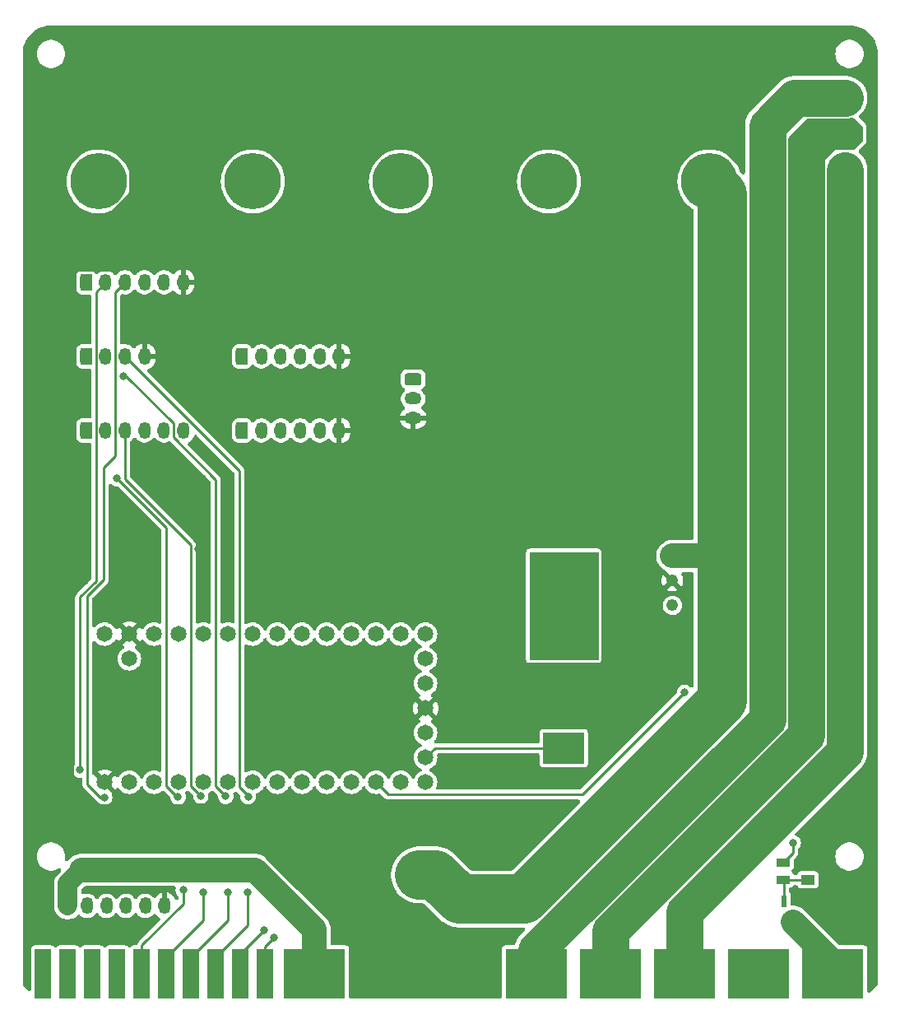
<source format=gbr>
%TF.GenerationSoftware,KiCad,Pcbnew,8.0.4*%
%TF.CreationDate,2025-03-13T14:26:21-04:00*%
%TF.ProjectId,erie_rov_mainboard,65726965-5f72-46f7-965f-6d61696e626f,rev?*%
%TF.SameCoordinates,Original*%
%TF.FileFunction,Copper,L2,Bot*%
%TF.FilePolarity,Positive*%
%FSLAX46Y46*%
G04 Gerber Fmt 4.6, Leading zero omitted, Abs format (unit mm)*
G04 Created by KiCad (PCBNEW 8.0.4) date 2025-03-13 14:26:21*
%MOMM*%
%LPD*%
G01*
G04 APERTURE LIST*
G04 Aperture macros list*
%AMRoundRect*
0 Rectangle with rounded corners*
0 $1 Rounding radius*
0 $2 $3 $4 $5 $6 $7 $8 $9 X,Y pos of 4 corners*
0 Add a 4 corners polygon primitive as box body*
4,1,4,$2,$3,$4,$5,$6,$7,$8,$9,$2,$3,0*
0 Add four circle primitives for the rounded corners*
1,1,$1+$1,$2,$3*
1,1,$1+$1,$4,$5*
1,1,$1+$1,$6,$7*
1,1,$1+$1,$8,$9*
0 Add four rect primitives between the rounded corners*
20,1,$1+$1,$2,$3,$4,$5,0*
20,1,$1+$1,$4,$5,$6,$7,0*
20,1,$1+$1,$6,$7,$8,$9,0*
20,1,$1+$1,$8,$9,$2,$3,0*%
G04 Aperture macros list end*
%TA.AperFunction,EtchedComponent*%
%ADD10C,0.000009*%
%TD*%
%TA.AperFunction,ConnectorPad*%
%ADD11R,1.651000X5.080000*%
%TD*%
%TA.AperFunction,ConnectorPad*%
%ADD12R,6.350000X5.080000*%
%TD*%
%TA.AperFunction,ComponentPad*%
%ADD13C,5.800000*%
%TD*%
%TA.AperFunction,ComponentPad*%
%ADD14RoundRect,0.264583X-0.610417X0.370417X-0.610417X-0.370417X0.610417X-0.370417X0.610417X0.370417X0*%
%TD*%
%TA.AperFunction,ComponentPad*%
%ADD15O,1.750000X1.270000*%
%TD*%
%TA.AperFunction,ComponentPad*%
%ADD16RoundRect,0.264583X-0.370417X-0.610417X0.370417X-0.610417X0.370417X0.610417X-0.370417X0.610417X0*%
%TD*%
%TA.AperFunction,ComponentPad*%
%ADD17O,1.270000X1.750000*%
%TD*%
%TA.AperFunction,ComponentPad*%
%ADD18C,1.651000*%
%TD*%
%TA.AperFunction,ComponentPad*%
%ADD19C,3.200000*%
%TD*%
%TA.AperFunction,ComponentPad*%
%ADD20C,1.219200*%
%TD*%
%TA.AperFunction,SMDPad,CuDef*%
%ADD21R,4.200000X3.200000*%
%TD*%
%TA.AperFunction,SMDPad,CuDef*%
%ADD22R,1.420000X1.000000*%
%TD*%
%TA.AperFunction,SMDPad,CuDef*%
%ADD23R,0.600000X1.300000*%
%TD*%
%TA.AperFunction,SMDPad,CuDef*%
%ADD24R,1.397000X0.812800*%
%TD*%
%TA.AperFunction,ViaPad*%
%ADD25C,0.812800*%
%TD*%
%TA.AperFunction,ViaPad*%
%ADD26C,0.800000*%
%TD*%
%TA.AperFunction,ViaPad*%
%ADD27C,2.032000*%
%TD*%
%TA.AperFunction,ViaPad*%
%ADD28C,3.810000*%
%TD*%
%TA.AperFunction,Conductor*%
%ADD29C,5.080000*%
%TD*%
%TA.AperFunction,Conductor*%
%ADD30C,3.810000*%
%TD*%
%TA.AperFunction,Conductor*%
%ADD31C,2.032000*%
%TD*%
%TA.AperFunction,Conductor*%
%ADD32C,2.540000*%
%TD*%
%TA.AperFunction,Conductor*%
%ADD33C,0.250000*%
%TD*%
G04 APERTURE END LIST*
D10*
%TO.C,BT1*%
X116784000Y-167044000D02*
X109784000Y-167044000D01*
X109784000Y-156044000D01*
X116784000Y-156044000D01*
X116784000Y-167044000D01*
%TA.AperFunction,EtchedComponent*%
G36*
X116784000Y-167044000D02*
G01*
X109784000Y-167044000D01*
X109784000Y-156044000D01*
X116784000Y-156044000D01*
X116784000Y-167044000D01*
G37*
%TD.AperFunction*%
%TD*%
D11*
%TO.P,J1,35,S11*%
%TO.N,unconnected-(J1-S11-Pad35)*%
X59690000Y-199390000D03*
%TO.P,J1,36,S12*%
%TO.N,unconnected-(J1-S12-Pad36)*%
X62230000Y-199390000D03*
%TO.P,J1,37,S13*%
%TO.N,unconnected-(J1-S13-Pad37)*%
X64770000Y-199390000D03*
%TO.P,J1,38,S14*%
%TO.N,unconnected-(J1-S14-Pad38)*%
X67310000Y-199390000D03*
%TO.P,J1,39,S15*%
%TO.N,GPS_TX*%
X69850000Y-199390000D03*
%TO.P,J1,40,S16*%
%TO.N,GPS_RX*%
X72390000Y-199390000D03*
%TO.P,J1,41,S17*%
%TO.N,GPS_SCL*%
X74930000Y-199390000D03*
%TO.P,J1,42,S18*%
%TO.N,GPS_SCA*%
X77470000Y-199390000D03*
%TO.P,J1,43,S19*%
%TO.N,STRB_PWM*%
X80010000Y-199390000D03*
%TO.P,J1,44,S20*%
%TO.N,RDR_PWM*%
X82550000Y-199390000D03*
D12*
%TO.P,J1,45,P9*%
%TO.N,+5V*%
X87630000Y-199390000D03*
%TO.P,J1,48,P10*%
%TO.N,GND*%
X95250000Y-199390000D03*
%TO.P,J1,51,P11*%
X102870000Y-199390000D03*
%TO.P,J1,54,P12*%
%TO.N,MTR_B*%
X110490000Y-199390000D03*
%TO.P,J1,57,P13*%
%TO.N,MTR_G*%
X118110000Y-199390000D03*
%TO.P,J1,60,P14*%
%TO.N,MTR_W*%
X125730000Y-199390000D03*
%TO.P,J1,63,P15*%
%TO.N,unconnected-(J1-P15-Pad63)*%
X133350000Y-199390000D03*
%TO.P,J1,66,P16*%
%TO.N,TELEM_GND*%
X140970000Y-199390000D03*
%TD*%
D13*
%TO.P,J2,1,-*%
%TO.N,GND*%
X81280000Y-110700000D03*
%TO.P,J2,2,+*%
%TO.N,BATT_SW*%
X81280000Y-117900000D03*
%TD*%
%TO.P,J5,1,-*%
%TO.N,GND*%
X65405000Y-110700000D03*
%TO.P,J5,2,+*%
%TO.N,LOAD_CC*%
X65405000Y-117900000D03*
%TD*%
%TO.P,J4,1,-*%
%TO.N,GND*%
X96520000Y-110700000D03*
%TO.P,J4,2,+*%
%TO.N,BATT_CC*%
X96520000Y-117900000D03*
%TD*%
D14*
%TO.P,J14,1,Pin_1*%
%TO.N,RDR_PWM*%
X97790000Y-138240000D03*
D15*
%TO.P,J14,2,Pin_2*%
%TO.N,unconnected-(J14-Pin_2-Pad2)*%
X97790000Y-140240000D03*
%TO.P,J14,3,Pin_3*%
%TO.N,GND*%
X97790000Y-142240000D03*
%TD*%
D13*
%TO.P,J3,1,-*%
%TO.N,GND*%
X111760000Y-110700000D03*
%TO.P,J3,2,+*%
%TO.N,PNL+*%
X111760000Y-117900000D03*
%TD*%
D16*
%TO.P,J10,1,Pin_1*%
%TO.N,+5V*%
X80170000Y-135890000D03*
D17*
%TO.P,J10,2,Pin_2*%
%TO.N,TELEM2_TX*%
X82170000Y-135890000D03*
%TO.P,J10,3,Pin_3*%
%TO.N,TELEM2_RX*%
X84170000Y-135890000D03*
%TO.P,J10,4,Pin_4*%
%TO.N,unconnected-(J10-Pin_4-Pad4)*%
X86170000Y-135890000D03*
%TO.P,J10,5,Pin_5*%
%TO.N,unconnected-(J10-Pin_5-Pad5)*%
X88170000Y-135890000D03*
%TO.P,J10,6,Pin_6*%
%TO.N,GND*%
X90170000Y-135890000D03*
%TD*%
D16*
%TO.P,J15,1,Pin_1*%
%TO.N,+5V*%
X62230000Y-192405000D03*
D17*
%TO.P,J15,2,Pin_2*%
%TO.N,EXP_1*%
X64230000Y-192405000D03*
%TO.P,J15,3,Pin_3*%
%TO.N,EXP_2*%
X66230000Y-192405000D03*
%TO.P,J15,4,Pin_4*%
%TO.N,EXP_3*%
X68230000Y-192405000D03*
%TO.P,J15,5,Pin_5*%
%TO.N,EXP_4*%
X70230000Y-192405000D03*
%TO.P,J15,6,Pin_6*%
%TO.N,GND*%
X72230000Y-192405000D03*
%TD*%
D16*
%TO.P,J12,1,Pin_1*%
%TO.N,+5V*%
X64135000Y-143510000D03*
D17*
%TO.P,J12,2,Pin_2*%
%TO.N,GPS_TX*%
X66135000Y-143510000D03*
%TO.P,J12,3,Pin_3*%
%TO.N,GPS_RX*%
X68135000Y-143510000D03*
%TO.P,J12,4,Pin_4*%
%TO.N,unconnected-(J12-Pin_4-Pad4)*%
X70135000Y-143510000D03*
%TO.P,J12,5,Pin_5*%
%TO.N,unconnected-(J12-Pin_5-Pad5)*%
X72135000Y-143510000D03*
%TO.P,J12,6,Pin_6*%
%TO.N,GND*%
X74135000Y-143510000D03*
%TD*%
D18*
%TO.P,U1,1,GND*%
%TO.N,GND*%
X66040000Y-179705000D03*
%TO.P,U1,2,0_RX1_CRX2_CS1*%
%TO.N,SCC_RX*%
X68580000Y-179705000D03*
%TO.P,U1,3,1_TX1_CTX2_MISO1*%
%TO.N,SCC_TX*%
X71120000Y-179705000D03*
%TO.P,U1,4,2_OUT2*%
%TO.N,unconnected-(U1-2_OUT2-Pad4)*%
X73660000Y-179705000D03*
%TO.P,U1,5,3_LRCLK2*%
%TO.N,unconnected-(U1-3_LRCLK2-Pad5)*%
X76200000Y-179705000D03*
%TO.P,U1,6,4_BCLK2*%
%TO.N,unconnected-(U1-4_BCLK2-Pad6)*%
X78740000Y-179705000D03*
%TO.P,U1,7,5_IN2*%
%TO.N,unconnected-(U1-5_IN2-Pad7)*%
X81280000Y-179705000D03*
%TO.P,U1,8,6_OUT1D*%
%TO.N,STRB_PWM*%
X83820000Y-179705000D03*
%TO.P,U1,9,7_RX2_OUT1A*%
%TO.N,TELEM2_TX*%
X86360000Y-179705000D03*
%TO.P,U1,10,8_TX2_IN1*%
%TO.N,TELEM2_RX*%
X88900000Y-179705000D03*
%TO.P,U1,11,9_OUT1C*%
%TO.N,VTX_SW*%
X91440000Y-179705000D03*
%TO.P,U1,12,10_CS_MQSR*%
%TO.N,TELEM_SW*%
X93980000Y-179705000D03*
%TO.P,U1,13,11_MOSI_CTX1*%
%TO.N,unconnected-(U1-11_MOSI_CTX1-Pad13)*%
X96520000Y-179705000D03*
%TO.P,U1,14,12_MISO_MQSL*%
%TO.N,unconnected-(U1-12_MISO_MQSL-Pad14)*%
X99060000Y-179705000D03*
%TO.P,U1,15,VBAT*%
%TO.N,Net-(U1-VBAT)*%
X99060000Y-177165000D03*
%TO.P,U1,16,3V3*%
%TO.N,unconnected-(U1-3V3-Pad16)*%
X99060000Y-174625000D03*
%TO.P,U1,17,GND*%
%TO.N,GND*%
X99060000Y-172085000D03*
%TO.P,U1,18,PROGRAM*%
%TO.N,unconnected-(U1-PROGRAM-Pad18)*%
X99060000Y-169545000D03*
%TO.P,U1,19,ON_OFF*%
%TO.N,unconnected-(U1-ON_OFF-Pad19)*%
X99060000Y-167005000D03*
%TO.P,U1,20,13_SCK_CRX1_LED*%
%TO.N,unconnected-(U1-13_SCK_CRX1_LED-Pad20)*%
X99060000Y-164465000D03*
%TO.P,U1,21,14_A0_TX3_SPDIF_OUT*%
%TO.N,unconnected-(U1-14_A0_TX3_SPDIF_OUT-Pad21)*%
X96520000Y-164465000D03*
%TO.P,U1,22,15_A1_RX3_SPDIF_IN*%
%TO.N,unconnected-(U1-15_A1_RX3_SPDIF_IN-Pad22)*%
X93980000Y-164465000D03*
%TO.P,U1,23,16_A2_RX4_SCL1*%
%TO.N,unconnected-(U1-16_A2_RX4_SCL1-Pad23)*%
X91440000Y-164465000D03*
%TO.P,U1,24,17_A3_TX4_SDA1*%
%TO.N,unconnected-(U1-17_A3_TX4_SDA1-Pad24)*%
X88900000Y-164465000D03*
%TO.P,U1,25,18_A4_SDA0*%
%TO.N,unconnected-(U1-18_A4_SDA0-Pad25)*%
X86360000Y-164465000D03*
%TO.P,U1,26,19_A5_SCL0*%
%TO.N,unconnected-(U1-19_A5_SCL0-Pad26)*%
X83820000Y-164465000D03*
%TO.P,U1,27,20_A6_TX5_LRCLK1*%
%TO.N,unconnected-(U1-20_A6_TX5_LRCLK1-Pad27)*%
X81280000Y-164465000D03*
%TO.P,U1,28,21_A7_RX5_BCLK1*%
%TO.N,unconnected-(U1-21_A7_RX5_BCLK1-Pad28)*%
X78740000Y-164465000D03*
%TO.P,U1,29,22_A8_CTX1*%
%TO.N,unconnected-(U1-22_A8_CTX1-Pad29)*%
X76200000Y-164465000D03*
%TO.P,U1,30,23_A9_CRX1_MCLK1*%
%TO.N,unconnected-(U1-23_A9_CRX1_MCLK1-Pad30)*%
X73660000Y-164465000D03*
%TO.P,U1,31,3V3*%
%TO.N,+3.3V*%
X71120000Y-164465000D03*
%TO.P,U1,32,GND*%
%TO.N,GND*%
X68580000Y-164465000D03*
%TO.P,U1,33,VIN*%
%TO.N,+5V*%
X66040000Y-164465000D03*
%TO.P,U1,34,VUSB*%
%TO.N,unconnected-(U1-VUSB-Pad34)*%
X68580000Y-167005000D03*
%TD*%
D16*
%TO.P,J11,1,Pin_1*%
%TO.N,+5V*%
X64135000Y-135890000D03*
D17*
%TO.P,J11,2,Pin_2*%
%TO.N,GPS_SCL*%
X66135000Y-135890000D03*
%TO.P,J11,3,Pin_3*%
%TO.N,GPS_SCA*%
X68135000Y-135890000D03*
%TO.P,J11,4,Pin_4*%
%TO.N,GND*%
X70135000Y-135890000D03*
%TD*%
D16*
%TO.P,J9,1,Pin_1*%
%TO.N,+5V*%
X80170000Y-143510000D03*
D17*
%TO.P,J9,2,Pin_2*%
%TO.N,TELEM1_TX*%
X82170000Y-143510000D03*
%TO.P,J9,3,Pin_3*%
%TO.N,TELEM1_RX*%
X84170000Y-143510000D03*
%TO.P,J9,4,Pin_4*%
%TO.N,TELEM1_CTS*%
X86170000Y-143510000D03*
%TO.P,J9,5,Pin_5*%
%TO.N,TELEM1_RTS*%
X88170000Y-143510000D03*
%TO.P,J9,6,Pin_6*%
%TO.N,GND*%
X90170000Y-143510000D03*
%TD*%
D19*
%TO.P,J7,1,1*%
%TO.N,MTR_B*%
X142240000Y-109530000D03*
%TO.P,J7,2,2*%
%TO.N,MTR_G*%
X142240000Y-113030000D03*
%TO.P,J7,3,3*%
%TO.N,MTR_W*%
X142240000Y-116530000D03*
%TD*%
D20*
%TO.P,U3,1,+VIN*%
%TO.N,+12V*%
X124460000Y-156421709D03*
%TO.P,U3,2,GND*%
%TO.N,GND*%
X124460000Y-158961709D03*
%TO.P,U3,3,+VOUT*%
%TO.N,5V_AUX*%
X124460000Y-161501709D03*
%TD*%
D13*
%TO.P,J8,1,-*%
%TO.N,GND*%
X128270000Y-110700000D03*
%TO.P,J8,2,+*%
%TO.N,+12V*%
X128270000Y-117900000D03*
%TD*%
D16*
%TO.P,J13,1,Pin_1*%
%TO.N,+5V*%
X64135000Y-128270000D03*
D17*
%TO.P,J13,2,Pin_2*%
%TO.N,OSD_TX*%
X66135000Y-128270000D03*
%TO.P,J13,3,Pin_3*%
%TO.N,OSD_RX*%
X68135000Y-128270000D03*
%TO.P,J13,4,Pin_4*%
%TO.N,unconnected-(J13-Pin_4-Pad4)*%
X70135000Y-128270000D03*
%TO.P,J13,5,Pin_5*%
%TO.N,unconnected-(J13-Pin_5-Pad5)*%
X72135000Y-128270000D03*
%TO.P,J13,6,Pin_6*%
%TO.N,GND*%
X74135000Y-128270000D03*
%TD*%
D21*
%TO.P,BT1,+*%
%TO.N,Net-(U1-VBAT)*%
X113284000Y-176194000D03*
%TO.P,BT1,-*%
%TO.N,GND*%
X113284000Y-146894000D03*
%TD*%
D22*
%TO.P,R2,1*%
%TO.N,Net-(Q1-G)*%
X138430000Y-189738000D03*
%TO.P,R2,2*%
%TO.N,GND*%
X138430000Y-187868000D03*
%TD*%
D23*
%TO.P,Q1,1,G*%
%TO.N,Net-(Q1-G)*%
X135956000Y-191956000D03*
%TO.P,Q1,2,S*%
%TO.N,GND*%
X137856000Y-191956000D03*
%TO.P,Q1,3,D*%
%TO.N,TELEM_GND*%
X136906000Y-194056000D03*
%TD*%
D24*
%TO.P,R1,1*%
%TO.N,Net-(Q1-G)*%
X135890000Y-189712600D03*
%TO.P,R1,2*%
%TO.N,TELEM_SW*%
X135890000Y-187960000D03*
%TD*%
D25*
%TO.N,GND*%
X81026000Y-162433000D03*
X88519000Y-183388000D03*
X87122000Y-157988000D03*
X65913000Y-166878000D03*
X98679000Y-185293000D03*
X90424000Y-195834000D03*
X94361000Y-148082000D03*
X97790000Y-162306000D03*
X91821000Y-181737000D03*
X144526000Y-178562000D03*
X69291200Y-147421600D03*
X93853000Y-142875000D03*
X144526000Y-106680000D03*
X140970000Y-102743000D03*
D26*
X97155000Y-174244000D03*
D25*
X83820000Y-161417000D03*
X91186000Y-148082000D03*
X62103000Y-102743000D03*
X126111000Y-158623000D03*
X82169000Y-139065000D03*
D27*
X94361000Y-195580000D03*
D25*
X70739000Y-162306000D03*
X63754000Y-150368000D03*
X80899000Y-149733000D03*
X69215000Y-133223000D03*
X126238000Y-137287000D03*
X72136000Y-181483000D03*
X58547000Y-185293000D03*
D26*
X93345000Y-177927000D03*
D25*
X75692000Y-155702000D03*
X76073000Y-148463000D03*
X95758000Y-160274000D03*
X144907000Y-195580000D03*
D26*
X97155000Y-177927000D03*
D25*
X72644000Y-148971000D03*
X70993000Y-175260000D03*
X73152000Y-137668000D03*
X120269000Y-122682000D03*
X77216000Y-136271000D03*
X122047000Y-137287000D03*
X60325000Y-189357000D03*
D27*
X141478000Y-192024000D03*
D25*
X125730000Y-168783000D03*
X85217000Y-178181000D03*
X97790000Y-145161000D03*
X73152000Y-122809000D03*
X77089000Y-141605000D03*
X90932000Y-184277000D03*
D27*
X139446000Y-185420000D03*
D25*
X126111000Y-154178000D03*
X77063600Y-146354800D03*
X81153000Y-131064000D03*
X93599000Y-187579000D03*
X70866000Y-166370000D03*
X75692000Y-152908000D03*
X87376000Y-146939000D03*
X106807000Y-116332000D03*
X96901000Y-132588000D03*
X58293000Y-195707000D03*
X68326000Y-177546000D03*
X67056000Y-150114000D03*
X69596000Y-184404000D03*
X76454000Y-115443000D03*
X68014808Y-181539386D03*
X88900000Y-119761000D03*
X64008000Y-159004000D03*
X126111000Y-122809000D03*
X142113000Y-195580000D03*
X100330000Y-195707000D03*
D27*
X97155000Y-195580000D03*
D25*
X58547000Y-106553000D03*
X85344000Y-186690000D03*
X91440000Y-166624000D03*
X99060000Y-181864000D03*
X122047000Y-160528000D03*
X90932000Y-139700000D03*
X65532000Y-162306000D03*
D27*
%TO.N,+5V*%
X63627000Y-188722000D03*
D25*
%TO.N,GPS_TX*%
X67310000Y-148463000D03*
X74123000Y-190799000D03*
X73593009Y-181229000D03*
%TO.N,GPS_RX*%
X76200000Y-191008000D03*
X75928500Y-181119500D03*
%TO.N,RDR_PWM*%
X83439000Y-195707000D03*
D28*
%TO.N,+12V*%
X109154493Y-191704493D03*
X98425000Y-189230000D03*
D25*
%TO.N,OSD_TX*%
X63500000Y-178435000D03*
%TO.N,OSD_RX*%
X66040000Y-181254400D03*
%TO.N,STRB_PWM*%
X82469587Y-194879208D03*
%TO.N,GPS_SCL*%
X67945000Y-137922000D03*
X78493900Y-181144900D03*
X78740000Y-191008000D03*
%TO.N,GPS_SCA*%
X80772000Y-191008000D03*
X80792600Y-181157600D03*
%TO.N,TELEM_SW*%
X136906000Y-185928000D03*
X125730000Y-170434000D03*
%TD*%
D29*
%TO.N,GND*%
X83185000Y-184531000D02*
X69723000Y-184531000D01*
X69723000Y-184531000D02*
X69596000Y-184404000D01*
X89730000Y-188790000D02*
X87444000Y-188790000D01*
X60325000Y-125095000D02*
X60765000Y-124655000D01*
X71120000Y-112313781D02*
X69506219Y-110700000D01*
X85344000Y-186690000D02*
X83185000Y-184531000D01*
X95250000Y-196469000D02*
X94361000Y-195580000D01*
X69506219Y-110700000D02*
X65405000Y-110700000D01*
X97155000Y-195580000D02*
X94361000Y-195580000D01*
X69596000Y-184404000D02*
X69469000Y-184531000D01*
X95250000Y-199390000D02*
X95250000Y-196469000D01*
X97155000Y-195580000D02*
X96520000Y-195580000D01*
X71120000Y-120161165D02*
X71120000Y-112313781D01*
X64452500Y-184531000D02*
X60325000Y-180403500D01*
X87444000Y-188790000D02*
X85344000Y-186690000D01*
X69469000Y-184531000D02*
X64452500Y-184531000D01*
X96520000Y-195580000D02*
X89730000Y-188790000D01*
X65405000Y-110700000D02*
X128270000Y-110700000D01*
X60765000Y-124655000D02*
X66626165Y-124655000D01*
X66626165Y-124655000D02*
X71120000Y-120161165D01*
X60325000Y-180403500D02*
X60325000Y-125095000D01*
D30*
%TO.N,MTR_B*%
X134220000Y-112160000D02*
X137055000Y-109325000D01*
X137055000Y-109325000D02*
X142240000Y-109325000D01*
X134220000Y-173208008D02*
X134220000Y-112160000D01*
X110490000Y-199390000D02*
X110490000Y-196938008D01*
X110490000Y-196938008D02*
X134220000Y-173208008D01*
%TO.N,MTR_G*%
X118110000Y-194989004D02*
X138230000Y-174869004D01*
X118110000Y-199390000D02*
X118110000Y-194989004D01*
X138230000Y-174869004D02*
X138230000Y-114500000D01*
%TO.N,MTR_W*%
X125730000Y-199390000D02*
X125730000Y-193040000D01*
X125730000Y-193040000D02*
X142240000Y-176530000D01*
X142240000Y-176530000D02*
X142240000Y-116735000D01*
D31*
%TO.N,+5V*%
X62230000Y-190119000D02*
X63627000Y-188722000D01*
D32*
X87630000Y-194818000D02*
X81534000Y-188722000D01*
D31*
X62230000Y-192405000D02*
X62230000Y-190119000D01*
D32*
X87630000Y-199390000D02*
X87630000Y-194818000D01*
X81534000Y-188722000D02*
X63627000Y-188722000D01*
D33*
%TO.N,GPS_TX*%
X72390000Y-180119496D02*
X72390000Y-153543000D01*
X73593009Y-181229000D02*
X73499504Y-181229000D01*
X74123000Y-190799000D02*
X74123000Y-192196000D01*
X74123000Y-192196000D02*
X69850000Y-196469000D01*
X73499504Y-181229000D02*
X72390000Y-180119496D01*
X72390000Y-153543000D02*
X67310000Y-148463000D01*
X69850000Y-196469000D02*
X69850000Y-199390000D01*
%TO.N,GPS_RX*%
X72390000Y-197675500D02*
X76200000Y-193865500D01*
X76200000Y-193865500D02*
X76200000Y-191008000D01*
X75928500Y-181119500D02*
X74930000Y-180121000D01*
X74930000Y-180121000D02*
X74930000Y-155321000D01*
X72390000Y-199390000D02*
X72390000Y-197675500D01*
X74930000Y-155321000D02*
X68135000Y-148526000D01*
X68135000Y-148526000D02*
X68135000Y-143510000D01*
%TO.N,RDR_PWM*%
X82550000Y-196596000D02*
X82550000Y-199390000D01*
X83439000Y-195707000D02*
X82550000Y-196596000D01*
D29*
%TO.N,+12V*%
X129575000Y-119205000D02*
X129575000Y-156210000D01*
D32*
X129363291Y-156421709D02*
X129575000Y-156210000D01*
D29*
X109154493Y-191704493D02*
X129575000Y-171283986D01*
X98425000Y-189230000D02*
X100076000Y-189230000D01*
X129575000Y-171283986D02*
X129575000Y-156210000D01*
X128270000Y-117900000D02*
X129575000Y-119205000D01*
X100076000Y-189230000D02*
X102550493Y-191704493D01*
D32*
X124460000Y-156421709D02*
X129363291Y-156421709D01*
D29*
X102550493Y-191704493D02*
X109154493Y-191704493D01*
D33*
%TO.N,Net-(Q1-G)*%
X138430000Y-189738000D02*
X135915400Y-189738000D01*
X135956000Y-191956000D02*
X135956000Y-189778600D01*
X135915400Y-189738000D02*
X135890000Y-189712600D01*
X135956000Y-189778600D02*
X135890000Y-189712600D01*
%TO.N,OSD_TX*%
X65151000Y-129254000D02*
X66135000Y-128270000D01*
X65151000Y-159004000D02*
X65151000Y-129254000D01*
X63500000Y-160655000D02*
X65151000Y-159004000D01*
X63500000Y-178435000D02*
X63500000Y-160655000D01*
%TO.N,OSD_RX*%
X67132200Y-129272800D02*
X68135000Y-128270000D01*
X64262000Y-160529396D02*
X65935000Y-158856396D01*
X66040000Y-181254400D02*
X65557400Y-181254400D01*
X65557400Y-181254400D02*
X64262000Y-179959000D01*
X64262000Y-179959000D02*
X64262000Y-160529396D01*
X65935000Y-158856396D02*
X65935000Y-147320000D01*
X65935000Y-147320000D02*
X67132200Y-146122800D01*
X67132200Y-146122800D02*
X67132200Y-129272800D01*
%TO.N,STRB_PWM*%
X80010000Y-197338795D02*
X80010000Y-199390000D01*
X82469587Y-194879208D02*
X80010000Y-197338795D01*
%TO.N,Net-(U1-VBAT)*%
X100031000Y-176194000D02*
X99060000Y-177165000D01*
X113284000Y-176194000D02*
X100031000Y-176194000D01*
%TO.N,GPS_SCL*%
X74930000Y-199390000D02*
X74930000Y-197675500D01*
X73101200Y-144221200D02*
X73101200Y-142773400D01*
X77470000Y-148590000D02*
X73101200Y-144221200D01*
X73101200Y-142773400D02*
X68249800Y-137922000D01*
X78493900Y-181144900D02*
X77470000Y-180121000D01*
X77470000Y-180121000D02*
X77470000Y-148590000D01*
X74930000Y-197675500D02*
X78740000Y-193865500D01*
X78740000Y-193865500D02*
X78740000Y-191008000D01*
X68249800Y-137922000D02*
X67945000Y-137922000D01*
%TO.N,GPS_SCA*%
X79890500Y-147645500D02*
X68135000Y-135890000D01*
X79883000Y-164949053D02*
X79890500Y-164941553D01*
X80792600Y-181157600D02*
X80792600Y-181122600D01*
X80772000Y-194373500D02*
X80772000Y-191008000D01*
X79890500Y-179228447D02*
X79883000Y-179220947D01*
X79890500Y-180220500D02*
X79890500Y-179228447D01*
X80792600Y-181122600D02*
X79890500Y-180220500D01*
X77470000Y-197675500D02*
X80772000Y-194373500D01*
X79890500Y-164941553D02*
X79890500Y-147645500D01*
X77470000Y-199390000D02*
X77470000Y-197675500D01*
X79883000Y-179220947D02*
X79883000Y-164949053D01*
D32*
%TO.N,TELEM_GND*%
X140970000Y-198120000D02*
X140970000Y-199390000D01*
X142240000Y-198120000D02*
X140970000Y-199390000D01*
X136906000Y-194056000D02*
X140970000Y-198120000D01*
D33*
%TO.N,TELEM_SW*%
X95250000Y-180975000D02*
X93980000Y-179705000D01*
X125730000Y-170434000D02*
X115189000Y-180975000D01*
X136906000Y-185928000D02*
X136906000Y-186944000D01*
X115189000Y-180975000D02*
X95250000Y-180975000D01*
X136906000Y-186944000D02*
X135890000Y-187960000D01*
%TD*%
%TA.AperFunction,Conductor*%
%TO.N,GND*%
G36*
X142689806Y-101854797D02*
G01*
X143000862Y-101872266D01*
X143021979Y-101874645D01*
X143101200Y-101888105D01*
X143323890Y-101925941D01*
X143344590Y-101930666D01*
X143638864Y-102015445D01*
X143658913Y-102022462D01*
X143941823Y-102139647D01*
X143960962Y-102148863D01*
X144109296Y-102230844D01*
X144228987Y-102296995D01*
X144246980Y-102308301D01*
X144496722Y-102485502D01*
X144513336Y-102498752D01*
X144741670Y-102702803D01*
X144756697Y-102717830D01*
X144960747Y-102946163D01*
X144973997Y-102962777D01*
X145151198Y-103212520D01*
X145162504Y-103230513D01*
X145310633Y-103498530D01*
X145319853Y-103517676D01*
X145437039Y-103800588D01*
X145444058Y-103820647D01*
X145528829Y-104114898D01*
X145533558Y-104135615D01*
X145584854Y-104437520D01*
X145587233Y-104458637D01*
X145604702Y-104769692D01*
X145605000Y-104780318D01*
X145605000Y-200476088D01*
X145586234Y-200558309D01*
X145549497Y-200610085D01*
X144849997Y-201309585D01*
X144778588Y-201354454D01*
X144694783Y-201363896D01*
X144615180Y-201336042D01*
X144555546Y-201276408D01*
X144527692Y-201196805D01*
X144526500Y-201175588D01*
X144526500Y-196813798D01*
X144526499Y-196813787D01*
X144515695Y-196739635D01*
X144515694Y-196739634D01*
X144459777Y-196625257D01*
X144459776Y-196625254D01*
X144369746Y-196535224D01*
X144369740Y-196535221D01*
X144255365Y-196479305D01*
X144255364Y-196479304D01*
X144181212Y-196468500D01*
X144181206Y-196468500D01*
X141732568Y-196468500D01*
X141650347Y-196449734D01*
X141598571Y-196412997D01*
X139811566Y-194625992D01*
X137981880Y-192796306D01*
X137924262Y-192754444D01*
X137771577Y-192643511D01*
X137771573Y-192643508D01*
X137539960Y-192525497D01*
X137539959Y-192525496D01*
X137539956Y-192525495D01*
X137461924Y-192500140D01*
X137292729Y-192445165D01*
X137035978Y-192404500D01*
X137035976Y-192404500D01*
X136827000Y-192404500D01*
X136744779Y-192385734D01*
X136678843Y-192333151D01*
X136642251Y-192257168D01*
X136637500Y-192215000D01*
X136637500Y-191269798D01*
X136637499Y-191269787D01*
X136635440Y-191255655D01*
X136626696Y-191195639D01*
X136626695Y-191195637D01*
X136626695Y-191195635D01*
X136626694Y-191195634D01*
X136586372Y-191113156D01*
X136570776Y-191081254D01*
X136518003Y-191028481D01*
X136473134Y-190957072D01*
X136462500Y-190894484D01*
X136462500Y-190688024D01*
X136481266Y-190605803D01*
X136533849Y-190539867D01*
X136609832Y-190503275D01*
X136624679Y-190500504D01*
X136624706Y-190500500D01*
X136625297Y-190500414D01*
X136631020Y-190499579D01*
X136698861Y-190489696D01*
X136813246Y-190433776D01*
X136903276Y-190343746D01*
X136903278Y-190343740D01*
X136912397Y-190330970D01*
X136914571Y-190332522D01*
X136952817Y-190285144D01*
X137029017Y-190249004D01*
X137070086Y-190244500D01*
X137180237Y-190244500D01*
X137262458Y-190263266D01*
X137328394Y-190315849D01*
X137350481Y-190350770D01*
X137405223Y-190462745D01*
X137405224Y-190462746D01*
X137495254Y-190552776D01*
X137534268Y-190571849D01*
X137609634Y-190608694D01*
X137609635Y-190608695D01*
X137609637Y-190608695D01*
X137609639Y-190608696D01*
X137683794Y-190619500D01*
X137683799Y-190619500D01*
X139176201Y-190619500D01*
X139176206Y-190619500D01*
X139250361Y-190608696D01*
X139250362Y-190608695D01*
X139250364Y-190608695D01*
X139250365Y-190608694D01*
X139364746Y-190552776D01*
X139454776Y-190462746D01*
X139510696Y-190348361D01*
X139521500Y-190274206D01*
X139521500Y-189201794D01*
X139510696Y-189127639D01*
X139510695Y-189127637D01*
X139510695Y-189127635D01*
X139510694Y-189127634D01*
X139454777Y-189013257D01*
X139454776Y-189013254D01*
X139364746Y-188923224D01*
X139336330Y-188909332D01*
X139250365Y-188867305D01*
X139250364Y-188867304D01*
X139176212Y-188856500D01*
X139176206Y-188856500D01*
X137683794Y-188856500D01*
X137683787Y-188856500D01*
X137609635Y-188867304D01*
X137609634Y-188867305D01*
X137495257Y-188923222D01*
X137495252Y-188923225D01*
X137405223Y-189013254D01*
X137350481Y-189125230D01*
X137297510Y-189190854D01*
X137221311Y-189226995D01*
X137180237Y-189231500D01*
X137094921Y-189231500D01*
X137012700Y-189212734D01*
X136946764Y-189160151D01*
X136924677Y-189125229D01*
X136903277Y-189081457D01*
X136903276Y-189081454D01*
X136813246Y-188991424D01*
X136813244Y-188991423D01*
X136811993Y-188990530D01*
X136809133Y-188987311D01*
X136802143Y-188980321D01*
X136802555Y-188979908D01*
X136755979Y-188927483D01*
X136732867Y-188846376D01*
X136747235Y-188763274D01*
X136796237Y-188694635D01*
X136811993Y-188682070D01*
X136813240Y-188681178D01*
X136813246Y-188681176D01*
X136903276Y-188591146D01*
X136959196Y-188476761D01*
X136970000Y-188402606D01*
X136970000Y-187674791D01*
X136988766Y-187592570D01*
X137025501Y-187540797D01*
X137216996Y-187349302D01*
X137216999Y-187349301D01*
X137241300Y-187325000D01*
X141225015Y-187325000D01*
X141244919Y-187565217D01*
X141244920Y-187565223D01*
X141304091Y-187798885D01*
X141304096Y-187798900D01*
X141322895Y-187841757D01*
X141400921Y-188019638D01*
X141532761Y-188221434D01*
X141532763Y-188221436D01*
X141532765Y-188221439D01*
X141696018Y-188398778D01*
X141696022Y-188398782D01*
X141796210Y-188476761D01*
X141886237Y-188546832D01*
X141968123Y-188591146D01*
X142098227Y-188661555D01*
X142098230Y-188661556D01*
X142098232Y-188661557D01*
X142326218Y-188739825D01*
X142326224Y-188739826D01*
X142563972Y-188779500D01*
X142563977Y-188779500D01*
X142805028Y-188779500D01*
X143011039Y-188745122D01*
X143042782Y-188739825D01*
X143270768Y-188661557D01*
X143482763Y-188546832D01*
X143672982Y-188398778D01*
X143836239Y-188221434D01*
X143968079Y-188019638D01*
X144064906Y-187798894D01*
X144124080Y-187565223D01*
X144143985Y-187325000D01*
X144124080Y-187084777D01*
X144064906Y-186851106D01*
X143968079Y-186630362D01*
X143836239Y-186428566D01*
X143836235Y-186428561D01*
X143836234Y-186428560D01*
X143672981Y-186251221D01*
X143672977Y-186251217D01*
X143546357Y-186152665D01*
X143482763Y-186103168D01*
X143458724Y-186090159D01*
X143270772Y-185988444D01*
X143042788Y-185910177D01*
X143042775Y-185910173D01*
X142805028Y-185870500D01*
X142805023Y-185870500D01*
X142563977Y-185870500D01*
X142563972Y-185870500D01*
X142326224Y-185910173D01*
X142326211Y-185910177D01*
X142098227Y-185988444D01*
X141886238Y-186103167D01*
X141696022Y-186251217D01*
X141696018Y-186251221D01*
X141532765Y-186428560D01*
X141400919Y-186630365D01*
X141304096Y-186851099D01*
X141304091Y-186851114D01*
X141244920Y-187084776D01*
X141244919Y-187084782D01*
X141225015Y-187325000D01*
X137241300Y-187325000D01*
X137311301Y-187254999D01*
X137377983Y-187139502D01*
X137380391Y-187130515D01*
X137385577Y-187111164D01*
X137402456Y-187048169D01*
X137412501Y-187010682D01*
X137412501Y-186877318D01*
X137412501Y-186865707D01*
X137412500Y-186865689D01*
X137412500Y-186614252D01*
X137431266Y-186532031D01*
X137468003Y-186480255D01*
X137496786Y-186451472D01*
X137525902Y-186422356D01*
X137620365Y-186272020D01*
X137679006Y-186104434D01*
X137698885Y-185928000D01*
X137679006Y-185751566D01*
X137620365Y-185583980D01*
X137525902Y-185433644D01*
X137400356Y-185308098D01*
X137250020Y-185213635D01*
X137250017Y-185213633D01*
X137193878Y-185193989D01*
X137122469Y-185149120D01*
X137077601Y-185077711D01*
X137068159Y-184993905D01*
X137096013Y-184914303D01*
X137122465Y-184881132D01*
X143962770Y-178040829D01*
X144145234Y-177803037D01*
X144192809Y-177720635D01*
X144295100Y-177543463D01*
X144364716Y-177375394D01*
X144409802Y-177266549D01*
X144487377Y-176977031D01*
X144526500Y-176679865D01*
X144526500Y-176380135D01*
X144526500Y-116585135D01*
X144487377Y-116287969D01*
X144409801Y-115998452D01*
X144295100Y-115721537D01*
X144295097Y-115721533D01*
X144295094Y-115721525D01*
X144145234Y-115461963D01*
X144145231Y-115461958D01*
X143962776Y-115224178D01*
X143962773Y-115224175D01*
X143962770Y-115224171D01*
X143750829Y-115012230D01*
X143750824Y-115012226D01*
X143689440Y-114965124D01*
X143635634Y-114900182D01*
X143615334Y-114818326D01*
X143632560Y-114735769D01*
X143670800Y-114680791D01*
X144305778Y-114045816D01*
X144333429Y-114015032D01*
X144350063Y-113994390D01*
X144368158Y-113970037D01*
X144419958Y-113860770D01*
X144439643Y-113793731D01*
X144455300Y-113684838D01*
X144455300Y-112317372D01*
X144452156Y-112268178D01*
X144448138Y-112236867D01*
X144441392Y-112199186D01*
X144396113Y-112087059D01*
X144360138Y-112027162D01*
X144360135Y-112027159D01*
X144360132Y-112027153D01*
X144290651Y-111941876D01*
X143681432Y-111380753D01*
X143633669Y-111311247D01*
X143620793Y-111227900D01*
X143645355Y-111147220D01*
X143694453Y-111091028D01*
X143750829Y-111047770D01*
X143962770Y-110835829D01*
X144145234Y-110598037D01*
X144295100Y-110338463D01*
X144409801Y-110061548D01*
X144487377Y-109772031D01*
X144526500Y-109474865D01*
X144526500Y-109175135D01*
X144487377Y-108877969D01*
X144409801Y-108588452D01*
X144295100Y-108311537D01*
X144295097Y-108311533D01*
X144295094Y-108311525D01*
X144145234Y-108051963D01*
X144145231Y-108051958D01*
X143962776Y-107814178D01*
X143962773Y-107814175D01*
X143962770Y-107814171D01*
X143750829Y-107602230D01*
X143750824Y-107602226D01*
X143750821Y-107602223D01*
X143513041Y-107419768D01*
X143513036Y-107419765D01*
X143253474Y-107269905D01*
X143253459Y-107269898D01*
X142976553Y-107155201D01*
X142976552Y-107155200D01*
X142976548Y-107155199D01*
X142845991Y-107120216D01*
X142687034Y-107077623D01*
X142389868Y-107038500D01*
X142389865Y-107038500D01*
X136905135Y-107038500D01*
X136905131Y-107038500D01*
X136607965Y-107077623D01*
X136396022Y-107134413D01*
X136318451Y-107155199D01*
X136318448Y-107155200D01*
X136318445Y-107155201D01*
X136237345Y-107188794D01*
X136041546Y-107269895D01*
X136041537Y-107269900D01*
X135781958Y-107419768D01*
X135544178Y-107602223D01*
X132709171Y-110437230D01*
X132709170Y-110437229D01*
X132497229Y-110649171D01*
X132497224Y-110649177D01*
X132314768Y-110886958D01*
X132314765Y-110886963D01*
X132164907Y-111146522D01*
X132164903Y-111146529D01*
X132133244Y-111222962D01*
X132050197Y-111423453D01*
X132050194Y-111423462D01*
X131995153Y-111628885D01*
X131995153Y-111628887D01*
X131972623Y-111712965D01*
X131933500Y-112010131D01*
X131933500Y-116974381D01*
X131914734Y-117056602D01*
X131862151Y-117122538D01*
X131786168Y-117159130D01*
X131701832Y-117159130D01*
X131625849Y-117122538D01*
X131610003Y-117108378D01*
X131431846Y-116930221D01*
X131386977Y-116858812D01*
X131385952Y-116855542D01*
X131385935Y-116855548D01*
X131384293Y-116850677D01*
X131384292Y-116850673D01*
X131252583Y-116520110D01*
X131085907Y-116205725D01*
X130886217Y-115911204D01*
X130655854Y-115640000D01*
X130655846Y-115639992D01*
X130397520Y-115395293D01*
X130114242Y-115179950D01*
X130114229Y-115179941D01*
X129809353Y-114996504D01*
X129809330Y-114996491D01*
X129486393Y-114847085D01*
X129486395Y-114847085D01*
X129149188Y-114733467D01*
X129149185Y-114733466D01*
X129048655Y-114711338D01*
X128801667Y-114656972D01*
X128801662Y-114656971D01*
X128801660Y-114656971D01*
X128447921Y-114618500D01*
X128447918Y-114618500D01*
X128092082Y-114618500D01*
X128092078Y-114618500D01*
X127738339Y-114656971D01*
X127738335Y-114656971D01*
X127738333Y-114656972D01*
X127630140Y-114680787D01*
X127390814Y-114733466D01*
X127390811Y-114733467D01*
X127053605Y-114847085D01*
X126730669Y-114996491D01*
X126730646Y-114996504D01*
X126425770Y-115179941D01*
X126425757Y-115179950D01*
X126142479Y-115395293D01*
X125884153Y-115639992D01*
X125653780Y-115911207D01*
X125594627Y-115998452D01*
X125454093Y-116205725D01*
X125287417Y-116520110D01*
X125155708Y-116850673D01*
X125060512Y-117193538D01*
X125002945Y-117544686D01*
X124983680Y-117900000D01*
X125002945Y-118255314D01*
X125060512Y-118606462D01*
X125155708Y-118949327D01*
X125287417Y-119279890D01*
X125454093Y-119594275D01*
X125653783Y-119888796D01*
X125884146Y-120160000D01*
X125884151Y-120160005D01*
X125884153Y-120160007D01*
X126142479Y-120404706D01*
X126425757Y-120620049D01*
X126561697Y-120701841D01*
X126622474Y-120760311D01*
X126651863Y-120839360D01*
X126653500Y-120864216D01*
X126653500Y-154580709D01*
X126634734Y-154662930D01*
X126582151Y-154728866D01*
X126506168Y-154765458D01*
X126464000Y-154770209D01*
X124330022Y-154770209D01*
X124073270Y-154810874D01*
X124073269Y-154810874D01*
X123826047Y-154891203D01*
X123826039Y-154891206D01*
X123594426Y-155009217D01*
X123594422Y-155009220D01*
X123384123Y-155162012D01*
X123200303Y-155345832D01*
X123047511Y-155556131D01*
X123047508Y-155556135D01*
X122929497Y-155787748D01*
X122929494Y-155787756D01*
X122849165Y-156034978D01*
X122849165Y-156034979D01*
X122808500Y-156291731D01*
X122808500Y-156551686D01*
X122849165Y-156808438D01*
X122849165Y-156808439D01*
X122929494Y-157055661D01*
X122929497Y-157055669D01*
X123047508Y-157287282D01*
X123047511Y-157287286D01*
X123200306Y-157497589D01*
X123384120Y-157681403D01*
X123384123Y-157681405D01*
X123594422Y-157834197D01*
X123594426Y-157834200D01*
X123759843Y-157918483D01*
X123806114Y-157957113D01*
X123807536Y-157955692D01*
X123823328Y-157971484D01*
X123824582Y-157972531D01*
X123824754Y-157972910D01*
X124457953Y-158606109D01*
X124413184Y-158606109D01*
X124322744Y-158630343D01*
X124241657Y-158677159D01*
X124175450Y-158743366D01*
X124128634Y-158824453D01*
X124104400Y-158914893D01*
X124104400Y-158959663D01*
X123515678Y-158370941D01*
X123512558Y-158375073D01*
X123420897Y-158559154D01*
X123364621Y-158756942D01*
X123345646Y-158961709D01*
X123364621Y-159166475D01*
X123420898Y-159364265D01*
X123512555Y-159548337D01*
X123512559Y-159548344D01*
X123515678Y-159552475D01*
X123515679Y-159552475D01*
X124104400Y-158963754D01*
X124104400Y-159008525D01*
X124128634Y-159098965D01*
X124175450Y-159180052D01*
X124241657Y-159246259D01*
X124322744Y-159293075D01*
X124413184Y-159317309D01*
X124457953Y-159317309D01*
X123872338Y-159902923D01*
X123963291Y-159959238D01*
X123963290Y-159959238D01*
X124155050Y-160033525D01*
X124357178Y-160071309D01*
X124562822Y-160071309D01*
X124764949Y-160033525D01*
X124956704Y-159959240D01*
X125047660Y-159902922D01*
X124462047Y-159317309D01*
X124506816Y-159317309D01*
X124597256Y-159293075D01*
X124678343Y-159246259D01*
X124744550Y-159180052D01*
X124791366Y-159098965D01*
X124815600Y-159008525D01*
X124815600Y-158963756D01*
X125404319Y-159552475D01*
X125407443Y-159548339D01*
X125499101Y-159364265D01*
X125555378Y-159166475D01*
X125574353Y-158961709D01*
X125555378Y-158756942D01*
X125499101Y-158559152D01*
X125407440Y-158375071D01*
X125402829Y-158367624D01*
X125404257Y-158366739D01*
X125374254Y-158299993D01*
X125376477Y-158215687D01*
X125415058Y-158140694D01*
X125482357Y-158089868D01*
X125560050Y-158073209D01*
X126464000Y-158073209D01*
X126546221Y-158091975D01*
X126612157Y-158144558D01*
X126648749Y-158220541D01*
X126653500Y-158262709D01*
X126653500Y-169785748D01*
X126634734Y-169867969D01*
X126582151Y-169933905D01*
X126506168Y-169970497D01*
X126421832Y-169970497D01*
X126345849Y-169933905D01*
X126330003Y-169919745D01*
X126224357Y-169814099D01*
X126224356Y-169814098D01*
X126074020Y-169719635D01*
X125906436Y-169660994D01*
X125730000Y-169641115D01*
X125553563Y-169660994D01*
X125385979Y-169719635D01*
X125235642Y-169814099D01*
X125110099Y-169939642D01*
X125015635Y-170089979D01*
X124956994Y-170257563D01*
X124935924Y-170444575D01*
X124934307Y-170444392D01*
X124918349Y-170514312D01*
X124881612Y-170566088D01*
X115034704Y-180412997D01*
X114963295Y-180457866D01*
X114900707Y-180468500D01*
X100333207Y-180468500D01*
X100250986Y-180449734D01*
X100185050Y-180397151D01*
X100148458Y-180321168D01*
X100148458Y-180236832D01*
X100161462Y-180198914D01*
X100166487Y-180188137D01*
X100198542Y-180119395D01*
X100253204Y-179915394D01*
X100271611Y-179705000D01*
X100253204Y-179494606D01*
X100198542Y-179290605D01*
X100158254Y-179204207D01*
X100109289Y-179099201D01*
X100109287Y-179099198D01*
X100109286Y-179099195D01*
X99988148Y-178926191D01*
X99838809Y-178776852D01*
X99838805Y-178776849D01*
X99838804Y-178776848D01*
X99665808Y-178655715D01*
X99665805Y-178655713D01*
X99591955Y-178621277D01*
X99560790Y-178606744D01*
X99494205Y-178554990D01*
X99456668Y-178479468D01*
X99455617Y-178395140D01*
X99491258Y-178318706D01*
X99556533Y-178265305D01*
X99560752Y-178263273D01*
X99665806Y-178214286D01*
X99838809Y-178093148D01*
X99988148Y-177943809D01*
X100109286Y-177770806D01*
X100198542Y-177579395D01*
X100253204Y-177375394D01*
X100271611Y-177165000D01*
X100253204Y-176954606D01*
X100249034Y-176939046D01*
X100245880Y-176854772D01*
X100279605Y-176777473D01*
X100343528Y-176722461D01*
X100424989Y-176700633D01*
X100432077Y-176700500D01*
X110613000Y-176700500D01*
X110695221Y-176719266D01*
X110761157Y-176771849D01*
X110797749Y-176847832D01*
X110802500Y-176890000D01*
X110802500Y-177830212D01*
X110813304Y-177904364D01*
X110813305Y-177904365D01*
X110832589Y-177943809D01*
X110869224Y-178018746D01*
X110959254Y-178108776D01*
X111017842Y-178137418D01*
X111073634Y-178164694D01*
X111073635Y-178164695D01*
X111073637Y-178164695D01*
X111073639Y-178164696D01*
X111147794Y-178175500D01*
X111147799Y-178175500D01*
X115420201Y-178175500D01*
X115420206Y-178175500D01*
X115494361Y-178164696D01*
X115494362Y-178164695D01*
X115494364Y-178164695D01*
X115494365Y-178164694D01*
X115608746Y-178108776D01*
X115698776Y-178018746D01*
X115754696Y-177904361D01*
X115765500Y-177830206D01*
X115765500Y-174557794D01*
X115754696Y-174483639D01*
X115754695Y-174483637D01*
X115754695Y-174483635D01*
X115754694Y-174483634D01*
X115698777Y-174369257D01*
X115698776Y-174369254D01*
X115608746Y-174279224D01*
X115608742Y-174279222D01*
X115494365Y-174223305D01*
X115494364Y-174223304D01*
X115420212Y-174212500D01*
X115420206Y-174212500D01*
X111147794Y-174212500D01*
X111147787Y-174212500D01*
X111073635Y-174223304D01*
X111073634Y-174223305D01*
X110959257Y-174279222D01*
X110959252Y-174279225D01*
X110869225Y-174369252D01*
X110869222Y-174369257D01*
X110813305Y-174483634D01*
X110813304Y-174483635D01*
X110802500Y-174557787D01*
X110802500Y-175498000D01*
X110783734Y-175580221D01*
X110731151Y-175646157D01*
X110655168Y-175682749D01*
X110613000Y-175687500D01*
X100153532Y-175687500D01*
X100071311Y-175668734D01*
X100005375Y-175616151D01*
X99968783Y-175540168D01*
X99968783Y-175455832D01*
X99998302Y-175389308D01*
X100018597Y-175360323D01*
X100109286Y-175230806D01*
X100198542Y-175039395D01*
X100253204Y-174835394D01*
X100271611Y-174625000D01*
X100253204Y-174414606D01*
X100198542Y-174210605D01*
X100109286Y-174019195D01*
X99988148Y-173846191D01*
X99838809Y-173696852D01*
X99838805Y-173696849D01*
X99838804Y-173696848D01*
X99668340Y-173577488D01*
X99611753Y-173514956D01*
X99587901Y-173434063D01*
X99601509Y-173350833D01*
X99649882Y-173281750D01*
X99696949Y-173250512D01*
X99725282Y-173237300D01*
X99803780Y-173182333D01*
X99230234Y-172608787D01*
X99272292Y-172597518D01*
X99397708Y-172525110D01*
X99500110Y-172422708D01*
X99572518Y-172297292D01*
X99583787Y-172255234D01*
X100157333Y-172828780D01*
X100212300Y-172750282D01*
X100212306Y-172750272D01*
X100310317Y-172540086D01*
X100370349Y-172316046D01*
X100390562Y-172085000D01*
X100370349Y-171853953D01*
X100310317Y-171629913D01*
X100212304Y-171419725D01*
X100212301Y-171419720D01*
X100157334Y-171341218D01*
X99583787Y-171914765D01*
X99572518Y-171872708D01*
X99500110Y-171747292D01*
X99397708Y-171644890D01*
X99272292Y-171572482D01*
X99230233Y-171561212D01*
X99803781Y-170987664D01*
X99725285Y-170932700D01*
X99725280Y-170932697D01*
X99696946Y-170919485D01*
X99630359Y-170867728D01*
X99592824Y-170792206D01*
X99591773Y-170707877D01*
X99627415Y-170631444D01*
X99668337Y-170592513D01*
X99838809Y-170473148D01*
X99988148Y-170323809D01*
X100109286Y-170150806D01*
X100198542Y-169959395D01*
X100253204Y-169755394D01*
X100271611Y-169545000D01*
X100253204Y-169334606D01*
X100198542Y-169130605D01*
X100109286Y-168939195D01*
X99988148Y-168766191D01*
X99838809Y-168616852D01*
X99838805Y-168616849D01*
X99838804Y-168616848D01*
X99665808Y-168495715D01*
X99665805Y-168495713D01*
X99616571Y-168472755D01*
X99560790Y-168446744D01*
X99494205Y-168394990D01*
X99456668Y-168319468D01*
X99455617Y-168235140D01*
X99491258Y-168158706D01*
X99556533Y-168105305D01*
X99560752Y-168103273D01*
X99665806Y-168054286D01*
X99838809Y-167933148D01*
X99988148Y-167783809D01*
X100109286Y-167610806D01*
X100198542Y-167419395D01*
X100253204Y-167215394D01*
X100271611Y-167005000D01*
X100253204Y-166794606D01*
X100198542Y-166590605D01*
X100109286Y-166399195D01*
X99988148Y-166226191D01*
X99838809Y-166076852D01*
X99838805Y-166076849D01*
X99838804Y-166076848D01*
X99665808Y-165955715D01*
X99665805Y-165955713D01*
X99586111Y-165918552D01*
X99560790Y-165906744D01*
X99494205Y-165854990D01*
X99456668Y-165779468D01*
X99455617Y-165695140D01*
X99491258Y-165618706D01*
X99556533Y-165565305D01*
X99560752Y-165563273D01*
X99665806Y-165514286D01*
X99838809Y-165393148D01*
X99988148Y-165243809D01*
X100109286Y-165070806D01*
X100198542Y-164879395D01*
X100253204Y-164675394D01*
X100271611Y-164465000D01*
X100253204Y-164254606D01*
X100198542Y-164050605D01*
X100158254Y-163964207D01*
X100109289Y-163859201D01*
X100109287Y-163859198D01*
X100109286Y-163859195D01*
X99988148Y-163686191D01*
X99838809Y-163536852D01*
X99838805Y-163536849D01*
X99838804Y-163536848D01*
X99665808Y-163415715D01*
X99581799Y-163376541D01*
X99474395Y-163326458D01*
X99474393Y-163326457D01*
X99474388Y-163326455D01*
X99270391Y-163271795D01*
X99060000Y-163253389D01*
X98849609Y-163271795D01*
X98849608Y-163271795D01*
X98645606Y-163326457D01*
X98645601Y-163326459D01*
X98454201Y-163415710D01*
X98454198Y-163415712D01*
X98281194Y-163536849D01*
X98131849Y-163686194D01*
X98010712Y-163859198D01*
X98010710Y-163859201D01*
X97961745Y-163964207D01*
X97909989Y-164030794D01*
X97834467Y-164068330D01*
X97750138Y-164069381D01*
X97673705Y-164033739D01*
X97620304Y-163968464D01*
X97618255Y-163964207D01*
X97569289Y-163859201D01*
X97569287Y-163859198D01*
X97569286Y-163859195D01*
X97448148Y-163686191D01*
X97298809Y-163536852D01*
X97298805Y-163536849D01*
X97298804Y-163536848D01*
X97125808Y-163415715D01*
X97041799Y-163376541D01*
X96934395Y-163326458D01*
X96934393Y-163326457D01*
X96934388Y-163326455D01*
X96730391Y-163271795D01*
X96520000Y-163253389D01*
X96309609Y-163271795D01*
X96309608Y-163271795D01*
X96105606Y-163326457D01*
X96105601Y-163326459D01*
X95914201Y-163415710D01*
X95914198Y-163415712D01*
X95741194Y-163536849D01*
X95591849Y-163686194D01*
X95470712Y-163859198D01*
X95470710Y-163859201D01*
X95421745Y-163964207D01*
X95369989Y-164030794D01*
X95294467Y-164068330D01*
X95210138Y-164069381D01*
X95133705Y-164033739D01*
X95080304Y-163968464D01*
X95078255Y-163964207D01*
X95029289Y-163859201D01*
X95029287Y-163859198D01*
X95029286Y-163859195D01*
X94908148Y-163686191D01*
X94758809Y-163536852D01*
X94758805Y-163536849D01*
X94758804Y-163536848D01*
X94585808Y-163415715D01*
X94501799Y-163376541D01*
X94394395Y-163326458D01*
X94394393Y-163326457D01*
X94394388Y-163326455D01*
X94190391Y-163271795D01*
X93980000Y-163253389D01*
X93769609Y-163271795D01*
X93769608Y-163271795D01*
X93565606Y-163326457D01*
X93565601Y-163326459D01*
X93374201Y-163415710D01*
X93374198Y-163415712D01*
X93201194Y-163536849D01*
X93051849Y-163686194D01*
X92930712Y-163859198D01*
X92930710Y-163859201D01*
X92881745Y-163964207D01*
X92829989Y-164030794D01*
X92754467Y-164068330D01*
X92670138Y-164069381D01*
X92593705Y-164033739D01*
X92540304Y-163968464D01*
X92538255Y-163964207D01*
X92489289Y-163859201D01*
X92489287Y-163859198D01*
X92489286Y-163859195D01*
X92368148Y-163686191D01*
X92218809Y-163536852D01*
X92218805Y-163536849D01*
X92218804Y-163536848D01*
X92045808Y-163415715D01*
X91961799Y-163376541D01*
X91854395Y-163326458D01*
X91854393Y-163326457D01*
X91854388Y-163326455D01*
X91650391Y-163271795D01*
X91440000Y-163253389D01*
X91229609Y-163271795D01*
X91229608Y-163271795D01*
X91025606Y-163326457D01*
X91025601Y-163326459D01*
X90834201Y-163415710D01*
X90834198Y-163415712D01*
X90661194Y-163536849D01*
X90511849Y-163686194D01*
X90390712Y-163859198D01*
X90390710Y-163859201D01*
X90341745Y-163964207D01*
X90289989Y-164030794D01*
X90214467Y-164068330D01*
X90130138Y-164069381D01*
X90053705Y-164033739D01*
X90000304Y-163968464D01*
X89998255Y-163964207D01*
X89949289Y-163859201D01*
X89949287Y-163859198D01*
X89949286Y-163859195D01*
X89828148Y-163686191D01*
X89678809Y-163536852D01*
X89678805Y-163536849D01*
X89678804Y-163536848D01*
X89505808Y-163415715D01*
X89421799Y-163376541D01*
X89314395Y-163326458D01*
X89314393Y-163326457D01*
X89314388Y-163326455D01*
X89110391Y-163271795D01*
X88900000Y-163253389D01*
X88689609Y-163271795D01*
X88689608Y-163271795D01*
X88485606Y-163326457D01*
X88485601Y-163326459D01*
X88294201Y-163415710D01*
X88294198Y-163415712D01*
X88121194Y-163536849D01*
X87971849Y-163686194D01*
X87850712Y-163859198D01*
X87850710Y-163859201D01*
X87801745Y-163964207D01*
X87749989Y-164030794D01*
X87674467Y-164068330D01*
X87590138Y-164069381D01*
X87513705Y-164033739D01*
X87460304Y-163968464D01*
X87458255Y-163964207D01*
X87409289Y-163859201D01*
X87409287Y-163859198D01*
X87409286Y-163859195D01*
X87288148Y-163686191D01*
X87138809Y-163536852D01*
X87138805Y-163536849D01*
X87138804Y-163536848D01*
X86965808Y-163415715D01*
X86881799Y-163376541D01*
X86774395Y-163326458D01*
X86774393Y-163326457D01*
X86774388Y-163326455D01*
X86570391Y-163271795D01*
X86360000Y-163253389D01*
X86149609Y-163271795D01*
X86149608Y-163271795D01*
X85945606Y-163326457D01*
X85945601Y-163326459D01*
X85754201Y-163415710D01*
X85754198Y-163415712D01*
X85581194Y-163536849D01*
X85431849Y-163686194D01*
X85310712Y-163859198D01*
X85310710Y-163859201D01*
X85261745Y-163964207D01*
X85209989Y-164030794D01*
X85134467Y-164068330D01*
X85050138Y-164069381D01*
X84973705Y-164033739D01*
X84920304Y-163968464D01*
X84918255Y-163964207D01*
X84869289Y-163859201D01*
X84869287Y-163859198D01*
X84869286Y-163859195D01*
X84748148Y-163686191D01*
X84598809Y-163536852D01*
X84598805Y-163536849D01*
X84598804Y-163536848D01*
X84425808Y-163415715D01*
X84341799Y-163376541D01*
X84234395Y-163326458D01*
X84234393Y-163326457D01*
X84234388Y-163326455D01*
X84030391Y-163271795D01*
X83820000Y-163253389D01*
X83609609Y-163271795D01*
X83609608Y-163271795D01*
X83405606Y-163326457D01*
X83405601Y-163326459D01*
X83214201Y-163415710D01*
X83214198Y-163415712D01*
X83041194Y-163536849D01*
X82891849Y-163686194D01*
X82770712Y-163859198D01*
X82770710Y-163859201D01*
X82721745Y-163964207D01*
X82669989Y-164030794D01*
X82594467Y-164068330D01*
X82510138Y-164069381D01*
X82433705Y-164033739D01*
X82380304Y-163968464D01*
X82378255Y-163964207D01*
X82329289Y-163859201D01*
X82329287Y-163859198D01*
X82329286Y-163859195D01*
X82208148Y-163686191D01*
X82058809Y-163536852D01*
X82058805Y-163536849D01*
X82058804Y-163536848D01*
X81885808Y-163415715D01*
X81801799Y-163376541D01*
X81694395Y-163326458D01*
X81694393Y-163326457D01*
X81694388Y-163326455D01*
X81490391Y-163271795D01*
X81280000Y-163253389D01*
X81069609Y-163271795D01*
X81069608Y-163271795D01*
X80865606Y-163326457D01*
X80865601Y-163326459D01*
X80666696Y-163419210D01*
X80665478Y-163416598D01*
X80600005Y-163436546D01*
X80516655Y-163423687D01*
X80447140Y-163375937D01*
X80405226Y-163302755D01*
X80397000Y-163247528D01*
X80397000Y-156043998D01*
X109397496Y-156043998D01*
X109397496Y-167044001D01*
X109416412Y-167163433D01*
X109416412Y-167163434D01*
X109416412Y-167163435D01*
X109416413Y-167163436D01*
X109471312Y-167271181D01*
X109556819Y-167356688D01*
X109664564Y-167411587D01*
X109713817Y-167419388D01*
X109783999Y-167430504D01*
X109784000Y-167430504D01*
X116784001Y-167430504D01*
X116813859Y-167425774D01*
X116903436Y-167411587D01*
X117011181Y-167356688D01*
X117096688Y-167271181D01*
X117151587Y-167163436D01*
X117170504Y-167044000D01*
X117170504Y-161501703D01*
X123464104Y-161501703D01*
X123464104Y-161501714D01*
X123483239Y-161695998D01*
X123539908Y-161882813D01*
X123539912Y-161882822D01*
X123631944Y-162055000D01*
X123631947Y-162055005D01*
X123755792Y-162205911D01*
X123755797Y-162205916D01*
X123906703Y-162329761D01*
X123906706Y-162329763D01*
X123906710Y-162329766D01*
X124078887Y-162421797D01*
X124078890Y-162421798D01*
X124078895Y-162421800D01*
X124265710Y-162478469D01*
X124459994Y-162497605D01*
X124460000Y-162497605D01*
X124460006Y-162497605D01*
X124626534Y-162481202D01*
X124654290Y-162478469D01*
X124753148Y-162448480D01*
X124841104Y-162421800D01*
X124841105Y-162421799D01*
X124841113Y-162421797D01*
X125013290Y-162329766D01*
X125164205Y-162205914D01*
X125288057Y-162054999D01*
X125380088Y-161882822D01*
X125436760Y-161695999D01*
X125455896Y-161501709D01*
X125455896Y-161501703D01*
X125436760Y-161307419D01*
X125380091Y-161120604D01*
X125380089Y-161120599D01*
X125380088Y-161120596D01*
X125288057Y-160948419D01*
X125288054Y-160948415D01*
X125288052Y-160948412D01*
X125164207Y-160797506D01*
X125164202Y-160797501D01*
X125013296Y-160673656D01*
X125013291Y-160673653D01*
X125013290Y-160673652D01*
X124841113Y-160581621D01*
X124841104Y-160581617D01*
X124654289Y-160524948D01*
X124460006Y-160505813D01*
X124459994Y-160505813D01*
X124265710Y-160524948D01*
X124078895Y-160581617D01*
X124078886Y-160581621D01*
X123906708Y-160673653D01*
X123906703Y-160673656D01*
X123755797Y-160797501D01*
X123755792Y-160797506D01*
X123631947Y-160948412D01*
X123631944Y-160948417D01*
X123539912Y-161120595D01*
X123539908Y-161120604D01*
X123483239Y-161307419D01*
X123464104Y-161501703D01*
X117170504Y-161501703D01*
X117170504Y-156044000D01*
X117151587Y-155924564D01*
X117096688Y-155816819D01*
X117011181Y-155731312D01*
X117011178Y-155731310D01*
X116903434Y-155676412D01*
X116784001Y-155657496D01*
X116784000Y-155657496D01*
X109784000Y-155657496D01*
X109783999Y-155657496D01*
X109664566Y-155676412D01*
X109664565Y-155676412D01*
X109556821Y-155731310D01*
X109471310Y-155816821D01*
X109416412Y-155924565D01*
X109416412Y-155924566D01*
X109397496Y-156043998D01*
X80397000Y-156043998D01*
X80397000Y-147727464D01*
X80397001Y-147727451D01*
X80397001Y-147578818D01*
X80383866Y-147529799D01*
X80362484Y-147449999D01*
X80334300Y-147401184D01*
X80295801Y-147334501D01*
X80201499Y-147240199D01*
X80194886Y-147233586D01*
X80194875Y-147233576D01*
X75795639Y-142834340D01*
X79153500Y-142834340D01*
X79153500Y-144185660D01*
X79156383Y-144222290D01*
X79167605Y-144260918D01*
X79201926Y-144379049D01*
X79267187Y-144489400D01*
X79285020Y-144519553D01*
X79400447Y-144634980D01*
X79540953Y-144718075D01*
X79697710Y-144763617D01*
X79734340Y-144766500D01*
X79734341Y-144766500D01*
X80605659Y-144766500D01*
X80605660Y-144766500D01*
X80642290Y-144763617D01*
X80799047Y-144718075D01*
X80939553Y-144634980D01*
X81054980Y-144519553D01*
X81096745Y-144448931D01*
X81154748Y-144387716D01*
X81233572Y-144357727D01*
X81317601Y-144364909D01*
X81390192Y-144407838D01*
X81393851Y-144411399D01*
X81522020Y-144539568D01*
X81688506Y-144650810D01*
X81857325Y-144720737D01*
X81873498Y-144727436D01*
X82069884Y-144766500D01*
X82270116Y-144766500D01*
X82466502Y-144727436D01*
X82651493Y-144650810D01*
X82817981Y-144539567D01*
X82959567Y-144397981D01*
X82972217Y-144379049D01*
X83012436Y-144318857D01*
X83073718Y-144260918D01*
X83154071Y-144235307D01*
X83237578Y-144247095D01*
X83307701Y-144293949D01*
X83327564Y-144318857D01*
X83380429Y-144397977D01*
X83522020Y-144539568D01*
X83688506Y-144650810D01*
X83857325Y-144720737D01*
X83873498Y-144727436D01*
X84069884Y-144766500D01*
X84270116Y-144766500D01*
X84466502Y-144727436D01*
X84651493Y-144650810D01*
X84817981Y-144539567D01*
X84959567Y-144397981D01*
X84972217Y-144379049D01*
X85012436Y-144318857D01*
X85073718Y-144260918D01*
X85154071Y-144235307D01*
X85237578Y-144247095D01*
X85307701Y-144293949D01*
X85327564Y-144318857D01*
X85380429Y-144397977D01*
X85522020Y-144539568D01*
X85688506Y-144650810D01*
X85857325Y-144720737D01*
X85873498Y-144727436D01*
X86069884Y-144766500D01*
X86270116Y-144766500D01*
X86466502Y-144727436D01*
X86651493Y-144650810D01*
X86817981Y-144539567D01*
X86959567Y-144397981D01*
X86972217Y-144379049D01*
X87012436Y-144318857D01*
X87073718Y-144260918D01*
X87154071Y-144235307D01*
X87237578Y-144247095D01*
X87307701Y-144293949D01*
X87327564Y-144318857D01*
X87380429Y-144397977D01*
X87522020Y-144539568D01*
X87688506Y-144650810D01*
X87857325Y-144720737D01*
X87873498Y-144727436D01*
X88069884Y-144766500D01*
X88270116Y-144766500D01*
X88466502Y-144727436D01*
X88651493Y-144650810D01*
X88817981Y-144539567D01*
X88959567Y-144397981D01*
X88963855Y-144393693D01*
X89035264Y-144348823D01*
X89119069Y-144339380D01*
X89198672Y-144367234D01*
X89251162Y-144416305D01*
X89304268Y-144489401D01*
X89430599Y-144615732D01*
X89575129Y-144720738D01*
X89575132Y-144720740D01*
X89734307Y-144801843D01*
X89734314Y-144801846D01*
X89904220Y-144857052D01*
X89920000Y-144859551D01*
X89920000Y-143790330D01*
X89939745Y-143810075D01*
X90025255Y-143859444D01*
X90120630Y-143885000D01*
X90219370Y-143885000D01*
X90314745Y-143859444D01*
X90400255Y-143810075D01*
X90420000Y-143790330D01*
X90420000Y-144859551D01*
X90435779Y-144857052D01*
X90605685Y-144801846D01*
X90605692Y-144801843D01*
X90764867Y-144720740D01*
X90764870Y-144720738D01*
X90909400Y-144615732D01*
X91035732Y-144489400D01*
X91140738Y-144344870D01*
X91140740Y-144344867D01*
X91221843Y-144185692D01*
X91221846Y-144185685D01*
X91277052Y-144015783D01*
X91277052Y-144015782D01*
X91305000Y-143839327D01*
X91305000Y-143760001D01*
X91304999Y-143760000D01*
X90450330Y-143760000D01*
X90470075Y-143740255D01*
X90519444Y-143654745D01*
X90545000Y-143559370D01*
X90545000Y-143460630D01*
X90519444Y-143365255D01*
X90470075Y-143279745D01*
X90450330Y-143260000D01*
X91304999Y-143260000D01*
X91305000Y-143259999D01*
X91305000Y-143180672D01*
X91277052Y-143004217D01*
X91277052Y-143004216D01*
X91221846Y-142834314D01*
X91221843Y-142834307D01*
X91140740Y-142675132D01*
X91140738Y-142675129D01*
X91035732Y-142530599D01*
X90909400Y-142404267D01*
X90764870Y-142299261D01*
X90764867Y-142299259D01*
X90605692Y-142218156D01*
X90605685Y-142218153D01*
X90435780Y-142162947D01*
X90420000Y-142160447D01*
X90420000Y-143229670D01*
X90400255Y-143209925D01*
X90314745Y-143160556D01*
X90219370Y-143135000D01*
X90120630Y-143135000D01*
X90025255Y-143160556D01*
X89939745Y-143209925D01*
X89920000Y-143229670D01*
X89920000Y-142160447D01*
X89904219Y-142162947D01*
X89734314Y-142218153D01*
X89734307Y-142218156D01*
X89575132Y-142299259D01*
X89575129Y-142299261D01*
X89430599Y-142404267D01*
X89304267Y-142530599D01*
X89251161Y-142603695D01*
X89187651Y-142659182D01*
X89106355Y-142681619D01*
X89023374Y-142666561D01*
X88963855Y-142626307D01*
X88817979Y-142480431D01*
X88651493Y-142369189D01*
X88466501Y-142292563D01*
X88270116Y-142253500D01*
X88069884Y-142253500D01*
X87873498Y-142292563D01*
X87688506Y-142369189D01*
X87522020Y-142480431D01*
X87380431Y-142622020D01*
X87327564Y-142701143D01*
X87266281Y-142759081D01*
X87185928Y-142784692D01*
X87102421Y-142772903D01*
X87032298Y-142726049D01*
X87012436Y-142701143D01*
X86959568Y-142622020D01*
X86817979Y-142480431D01*
X86651493Y-142369189D01*
X86466501Y-142292563D01*
X86270116Y-142253500D01*
X86069884Y-142253500D01*
X85873498Y-142292563D01*
X85688506Y-142369189D01*
X85522020Y-142480431D01*
X85380431Y-142622020D01*
X85327564Y-142701143D01*
X85266281Y-142759081D01*
X85185928Y-142784692D01*
X85102421Y-142772903D01*
X85032298Y-142726049D01*
X85012436Y-142701143D01*
X84959568Y-142622020D01*
X84817979Y-142480431D01*
X84651493Y-142369189D01*
X84466501Y-142292563D01*
X84270116Y-142253500D01*
X84069884Y-142253500D01*
X83873498Y-142292563D01*
X83688506Y-142369189D01*
X83522020Y-142480431D01*
X83380431Y-142622020D01*
X83327564Y-142701143D01*
X83266281Y-142759081D01*
X83185928Y-142784692D01*
X83102421Y-142772903D01*
X83032298Y-142726049D01*
X83012436Y-142701143D01*
X82959568Y-142622020D01*
X82817979Y-142480431D01*
X82651493Y-142369189D01*
X82466501Y-142292563D01*
X82270116Y-142253500D01*
X82069884Y-142253500D01*
X81873498Y-142292563D01*
X81688506Y-142369189D01*
X81522018Y-142480432D01*
X81393850Y-142608600D01*
X81322441Y-142653469D01*
X81238636Y-142662911D01*
X81159033Y-142635057D01*
X81099399Y-142575422D01*
X81096743Y-142571065D01*
X81054983Y-142500451D01*
X81054981Y-142500449D01*
X81054980Y-142500447D01*
X80939553Y-142385020D01*
X80912784Y-142369189D01*
X80799049Y-142301926D01*
X80799048Y-142301925D01*
X80799047Y-142301925D01*
X80642290Y-142256383D01*
X80605660Y-142253500D01*
X79734340Y-142253500D01*
X79716025Y-142254941D01*
X79697709Y-142256383D01*
X79612454Y-142281152D01*
X79550130Y-142299259D01*
X79540950Y-142301926D01*
X79400449Y-142385018D01*
X79285018Y-142500449D01*
X79201926Y-142640950D01*
X79159057Y-142788507D01*
X79156383Y-142797710D01*
X79153500Y-142834340D01*
X75795639Y-142834340D01*
X74951299Y-141990000D01*
X96440448Y-141990000D01*
X97509670Y-141990000D01*
X97489925Y-142009745D01*
X97440556Y-142095255D01*
X97415000Y-142190630D01*
X97415000Y-142289370D01*
X97440556Y-142384745D01*
X97489925Y-142470255D01*
X97509670Y-142490000D01*
X96440448Y-142490000D01*
X96442947Y-142505779D01*
X96498153Y-142675685D01*
X96498156Y-142675692D01*
X96579259Y-142834867D01*
X96579261Y-142834870D01*
X96684267Y-142979400D01*
X96810599Y-143105732D01*
X96955129Y-143210738D01*
X96955132Y-143210740D01*
X97114307Y-143291843D01*
X97114314Y-143291846D01*
X97284217Y-143347052D01*
X97460672Y-143375000D01*
X97539999Y-143375000D01*
X97540000Y-143374999D01*
X97540000Y-142520330D01*
X97559745Y-142540075D01*
X97645255Y-142589444D01*
X97740630Y-142615000D01*
X97839370Y-142615000D01*
X97934745Y-142589444D01*
X98020255Y-142540075D01*
X98040000Y-142520330D01*
X98040000Y-143374999D01*
X98040001Y-143375000D01*
X98119328Y-143375000D01*
X98295782Y-143347052D01*
X98295783Y-143347052D01*
X98465685Y-143291846D01*
X98465692Y-143291843D01*
X98624867Y-143210740D01*
X98624870Y-143210738D01*
X98769400Y-143105732D01*
X98895732Y-142979400D01*
X99000738Y-142834870D01*
X99000740Y-142834867D01*
X99081843Y-142675692D01*
X99081846Y-142675685D01*
X99137052Y-142505779D01*
X99139552Y-142490000D01*
X98070330Y-142490000D01*
X98090075Y-142470255D01*
X98139444Y-142384745D01*
X98165000Y-142289370D01*
X98165000Y-142190630D01*
X98139444Y-142095255D01*
X98090075Y-142009745D01*
X98070330Y-141990000D01*
X99139551Y-141990000D01*
X99137052Y-141974220D01*
X99081846Y-141804314D01*
X99081843Y-141804307D01*
X99000740Y-141645132D01*
X99000738Y-141645129D01*
X98895732Y-141500599D01*
X98769401Y-141374268D01*
X98696305Y-141321162D01*
X98640817Y-141257652D01*
X98618380Y-141176356D01*
X98633438Y-141093376D01*
X98673693Y-141033855D01*
X98819567Y-140887981D01*
X98930810Y-140721493D01*
X99007436Y-140536501D01*
X99046500Y-140340115D01*
X99046500Y-140139884D01*
X99007436Y-139943498D01*
X98930810Y-139758506D01*
X98819568Y-139592020D01*
X98691399Y-139463851D01*
X98646530Y-139392442D01*
X98637088Y-139308637D01*
X98664942Y-139229034D01*
X98724576Y-139169400D01*
X98728860Y-139166787D01*
X98799553Y-139124980D01*
X98914980Y-139009553D01*
X98998075Y-138869047D01*
X99043617Y-138712290D01*
X99046500Y-138675660D01*
X99046500Y-137804340D01*
X99043617Y-137767710D01*
X98998075Y-137610953D01*
X98914980Y-137470447D01*
X98799553Y-137355020D01*
X98791308Y-137350144D01*
X98659049Y-137271926D01*
X98659048Y-137271925D01*
X98659047Y-137271925D01*
X98502290Y-137226383D01*
X98465660Y-137223500D01*
X97114340Y-137223500D01*
X97096025Y-137224941D01*
X97077709Y-137226383D01*
X96920950Y-137271926D01*
X96780449Y-137355018D01*
X96665018Y-137470449D01*
X96581926Y-137610950D01*
X96581925Y-137610952D01*
X96581925Y-137610953D01*
X96536383Y-137767710D01*
X96533500Y-137804340D01*
X96533500Y-138675660D01*
X96536383Y-138712290D01*
X96581925Y-138869047D01*
X96665020Y-139009553D01*
X96780447Y-139124980D01*
X96780449Y-139124981D01*
X96780451Y-139124983D01*
X96825484Y-139151615D01*
X96851066Y-139166743D01*
X96912284Y-139224749D01*
X96942272Y-139303573D01*
X96935090Y-139387602D01*
X96892160Y-139460193D01*
X96888600Y-139463850D01*
X96760432Y-139592018D01*
X96649189Y-139758506D01*
X96572563Y-139943498D01*
X96533500Y-140139884D01*
X96533500Y-140340115D01*
X96572563Y-140536501D01*
X96649189Y-140721493D01*
X96760431Y-140887979D01*
X96906307Y-141033855D01*
X96951176Y-141105264D01*
X96960618Y-141189069D01*
X96932764Y-141268672D01*
X96883695Y-141321161D01*
X96810599Y-141374267D01*
X96684267Y-141500599D01*
X96579261Y-141645129D01*
X96579259Y-141645132D01*
X96498156Y-141804307D01*
X96498153Y-141804314D01*
X96442947Y-141974220D01*
X96440448Y-141990000D01*
X74951299Y-141990000D01*
X70466657Y-137505358D01*
X70421788Y-137433949D01*
X70412346Y-137350144D01*
X70440200Y-137270541D01*
X70499834Y-137210907D01*
X70542098Y-137191135D01*
X70570686Y-137181846D01*
X70570692Y-137181843D01*
X70729867Y-137100740D01*
X70729870Y-137100738D01*
X70874400Y-136995732D01*
X71000732Y-136869400D01*
X71105738Y-136724870D01*
X71105740Y-136724867D01*
X71186843Y-136565692D01*
X71186846Y-136565685D01*
X71242052Y-136395783D01*
X71242052Y-136395782D01*
X71270000Y-136219327D01*
X71270000Y-136140001D01*
X71269999Y-136140000D01*
X70415330Y-136140000D01*
X70435075Y-136120255D01*
X70484444Y-136034745D01*
X70510000Y-135939370D01*
X70510000Y-135840630D01*
X70484444Y-135745255D01*
X70435075Y-135659745D01*
X70415330Y-135640000D01*
X71269999Y-135640000D01*
X71270000Y-135639999D01*
X71270000Y-135560672D01*
X71242052Y-135384217D01*
X71242052Y-135384216D01*
X71186854Y-135214340D01*
X79153500Y-135214340D01*
X79153500Y-136565660D01*
X79156383Y-136602290D01*
X79167605Y-136640918D01*
X79201926Y-136759049D01*
X79267187Y-136869400D01*
X79285020Y-136899553D01*
X79400447Y-137014980D01*
X79540953Y-137098075D01*
X79697710Y-137143617D01*
X79734340Y-137146500D01*
X79734341Y-137146500D01*
X80605659Y-137146500D01*
X80605660Y-137146500D01*
X80642290Y-137143617D01*
X80799047Y-137098075D01*
X80939553Y-137014980D01*
X81054980Y-136899553D01*
X81096745Y-136828931D01*
X81154748Y-136767716D01*
X81233572Y-136737727D01*
X81317601Y-136744909D01*
X81390192Y-136787838D01*
X81393851Y-136791399D01*
X81522020Y-136919568D01*
X81688506Y-137030810D01*
X81857328Y-137100738D01*
X81873498Y-137107436D01*
X82069884Y-137146500D01*
X82270116Y-137146500D01*
X82466502Y-137107436D01*
X82651493Y-137030810D01*
X82817981Y-136919567D01*
X82959567Y-136777981D01*
X82972217Y-136759049D01*
X83012436Y-136698857D01*
X83073718Y-136640918D01*
X83154071Y-136615307D01*
X83237578Y-136627095D01*
X83307701Y-136673949D01*
X83327564Y-136698857D01*
X83380429Y-136777977D01*
X83522020Y-136919568D01*
X83688506Y-137030810D01*
X83857328Y-137100738D01*
X83873498Y-137107436D01*
X84069884Y-137146500D01*
X84270116Y-137146500D01*
X84466502Y-137107436D01*
X84651493Y-137030810D01*
X84817981Y-136919567D01*
X84959567Y-136777981D01*
X84972217Y-136759049D01*
X85012436Y-136698857D01*
X85073718Y-136640918D01*
X85154071Y-136615307D01*
X85237578Y-136627095D01*
X85307701Y-136673949D01*
X85327564Y-136698857D01*
X85380429Y-136777977D01*
X85522020Y-136919568D01*
X85688506Y-137030810D01*
X85857328Y-137100738D01*
X85873498Y-137107436D01*
X86069884Y-137146500D01*
X86270116Y-137146500D01*
X86466502Y-137107436D01*
X86651493Y-137030810D01*
X86817981Y-136919567D01*
X86959567Y-136777981D01*
X86972217Y-136759049D01*
X87012436Y-136698857D01*
X87073718Y-136640918D01*
X87154071Y-136615307D01*
X87237578Y-136627095D01*
X87307701Y-136673949D01*
X87327564Y-136698857D01*
X87380429Y-136777977D01*
X87522020Y-136919568D01*
X87688506Y-137030810D01*
X87857328Y-137100738D01*
X87873498Y-137107436D01*
X88069884Y-137146500D01*
X88270116Y-137146500D01*
X88466502Y-137107436D01*
X88651493Y-137030810D01*
X88817981Y-136919567D01*
X88959567Y-136777981D01*
X88963855Y-136773693D01*
X89035264Y-136728823D01*
X89119069Y-136719380D01*
X89198672Y-136747234D01*
X89251162Y-136796305D01*
X89304268Y-136869401D01*
X89430599Y-136995732D01*
X89575129Y-137100738D01*
X89575132Y-137100740D01*
X89734307Y-137181843D01*
X89734314Y-137181846D01*
X89904220Y-137237052D01*
X89920000Y-137239551D01*
X89920000Y-136170330D01*
X89939745Y-136190075D01*
X90025255Y-136239444D01*
X90120630Y-136265000D01*
X90219370Y-136265000D01*
X90314745Y-136239444D01*
X90400255Y-136190075D01*
X90420000Y-136170330D01*
X90420000Y-137239551D01*
X90435779Y-137237052D01*
X90605685Y-137181846D01*
X90605692Y-137181843D01*
X90764867Y-137100740D01*
X90764870Y-137100738D01*
X90909400Y-136995732D01*
X91035732Y-136869400D01*
X91140738Y-136724870D01*
X91140740Y-136724867D01*
X91221843Y-136565692D01*
X91221846Y-136565685D01*
X91277052Y-136395783D01*
X91277052Y-136395782D01*
X91305000Y-136219327D01*
X91305000Y-136140001D01*
X91304999Y-136140000D01*
X90450330Y-136140000D01*
X90470075Y-136120255D01*
X90519444Y-136034745D01*
X90545000Y-135939370D01*
X90545000Y-135840630D01*
X90519444Y-135745255D01*
X90470075Y-135659745D01*
X90450330Y-135640000D01*
X91304999Y-135640000D01*
X91305000Y-135639999D01*
X91305000Y-135560672D01*
X91277052Y-135384217D01*
X91277052Y-135384216D01*
X91221846Y-135214314D01*
X91221843Y-135214307D01*
X91140740Y-135055132D01*
X91140738Y-135055129D01*
X91035732Y-134910599D01*
X90909400Y-134784267D01*
X90764870Y-134679261D01*
X90764867Y-134679259D01*
X90605692Y-134598156D01*
X90605685Y-134598153D01*
X90435780Y-134542947D01*
X90420000Y-134540447D01*
X90420000Y-135609670D01*
X90400255Y-135589925D01*
X90314745Y-135540556D01*
X90219370Y-135515000D01*
X90120630Y-135515000D01*
X90025255Y-135540556D01*
X89939745Y-135589925D01*
X89920000Y-135609670D01*
X89920000Y-134540447D01*
X89904219Y-134542947D01*
X89734314Y-134598153D01*
X89734307Y-134598156D01*
X89575132Y-134679259D01*
X89575129Y-134679261D01*
X89430599Y-134784267D01*
X89304267Y-134910599D01*
X89251161Y-134983695D01*
X89187651Y-135039182D01*
X89106355Y-135061619D01*
X89023374Y-135046561D01*
X88963855Y-135006307D01*
X88817979Y-134860431D01*
X88651493Y-134749189D01*
X88466501Y-134672563D01*
X88270116Y-134633500D01*
X88069884Y-134633500D01*
X87873498Y-134672563D01*
X87688506Y-134749189D01*
X87522020Y-134860431D01*
X87380431Y-135002020D01*
X87327564Y-135081143D01*
X87266281Y-135139081D01*
X87185928Y-135164692D01*
X87102421Y-135152903D01*
X87032298Y-135106049D01*
X87012436Y-135081143D01*
X86959568Y-135002020D01*
X86817979Y-134860431D01*
X86651493Y-134749189D01*
X86466501Y-134672563D01*
X86270116Y-134633500D01*
X86069884Y-134633500D01*
X85873498Y-134672563D01*
X85688506Y-134749189D01*
X85522020Y-134860431D01*
X85380431Y-135002020D01*
X85327564Y-135081143D01*
X85266281Y-135139081D01*
X85185928Y-135164692D01*
X85102421Y-135152903D01*
X85032298Y-135106049D01*
X85012436Y-135081143D01*
X84959568Y-135002020D01*
X84817979Y-134860431D01*
X84651493Y-134749189D01*
X84466501Y-134672563D01*
X84270116Y-134633500D01*
X84069884Y-134633500D01*
X83873498Y-134672563D01*
X83688506Y-134749189D01*
X83522020Y-134860431D01*
X83380431Y-135002020D01*
X83327564Y-135081143D01*
X83266281Y-135139081D01*
X83185928Y-135164692D01*
X83102421Y-135152903D01*
X83032298Y-135106049D01*
X83012436Y-135081143D01*
X82959568Y-135002020D01*
X82817979Y-134860431D01*
X82651493Y-134749189D01*
X82466501Y-134672563D01*
X82270116Y-134633500D01*
X82069884Y-134633500D01*
X81873498Y-134672563D01*
X81688506Y-134749189D01*
X81522018Y-134860432D01*
X81393850Y-134988600D01*
X81322441Y-135033469D01*
X81238636Y-135042911D01*
X81159033Y-135015057D01*
X81099399Y-134955422D01*
X81096743Y-134951065D01*
X81054983Y-134880451D01*
X81054981Y-134880449D01*
X81054980Y-134880447D01*
X80939553Y-134765020D01*
X80912784Y-134749189D01*
X80799049Y-134681926D01*
X80799048Y-134681925D01*
X80799047Y-134681925D01*
X80642290Y-134636383D01*
X80605660Y-134633500D01*
X79734340Y-134633500D01*
X79716025Y-134634941D01*
X79697709Y-134636383D01*
X79612454Y-134661152D01*
X79550130Y-134679259D01*
X79540950Y-134681926D01*
X79400449Y-134765018D01*
X79285018Y-134880449D01*
X79201926Y-135020950D01*
X79159057Y-135168507D01*
X79156383Y-135177710D01*
X79153500Y-135214340D01*
X71186854Y-135214340D01*
X71186846Y-135214314D01*
X71186843Y-135214307D01*
X71105740Y-135055132D01*
X71105738Y-135055129D01*
X71000732Y-134910599D01*
X70874400Y-134784267D01*
X70729870Y-134679261D01*
X70729867Y-134679259D01*
X70570692Y-134598156D01*
X70570685Y-134598153D01*
X70400780Y-134542947D01*
X70385000Y-134540447D01*
X70385000Y-135609670D01*
X70365255Y-135589925D01*
X70279745Y-135540556D01*
X70184370Y-135515000D01*
X70085630Y-135515000D01*
X69990255Y-135540556D01*
X69904745Y-135589925D01*
X69885000Y-135609670D01*
X69885000Y-134540447D01*
X69869219Y-134542947D01*
X69699314Y-134598153D01*
X69699307Y-134598156D01*
X69540132Y-134679259D01*
X69540129Y-134679261D01*
X69395599Y-134784267D01*
X69269267Y-134910599D01*
X69216161Y-134983695D01*
X69152651Y-135039182D01*
X69071355Y-135061619D01*
X68988374Y-135046561D01*
X68928855Y-135006307D01*
X68782979Y-134860431D01*
X68616493Y-134749189D01*
X68431501Y-134672563D01*
X68235116Y-134633500D01*
X68034884Y-134633500D01*
X67865169Y-134667258D01*
X67780867Y-134664892D01*
X67705940Y-134626184D01*
X67655227Y-134558799D01*
X67638700Y-134481399D01*
X67638700Y-129678599D01*
X67657466Y-129596378D01*
X67710049Y-129530442D01*
X67786032Y-129493850D01*
X67865163Y-129492740D01*
X68034884Y-129526500D01*
X68034887Y-129526500D01*
X68235116Y-129526500D01*
X68431502Y-129487436D01*
X68616493Y-129410810D01*
X68782981Y-129299567D01*
X68924567Y-129157981D01*
X68937217Y-129139049D01*
X68977436Y-129078857D01*
X69038718Y-129020918D01*
X69119071Y-128995307D01*
X69202578Y-129007095D01*
X69272701Y-129053949D01*
X69292564Y-129078857D01*
X69345429Y-129157977D01*
X69487020Y-129299568D01*
X69653506Y-129410810D01*
X69822328Y-129480738D01*
X69838498Y-129487436D01*
X70034884Y-129526500D01*
X70235116Y-129526500D01*
X70431502Y-129487436D01*
X70616493Y-129410810D01*
X70782981Y-129299567D01*
X70924567Y-129157981D01*
X70937217Y-129139049D01*
X70977436Y-129078857D01*
X71038718Y-129020918D01*
X71119071Y-128995307D01*
X71202578Y-129007095D01*
X71272701Y-129053949D01*
X71292564Y-129078857D01*
X71345429Y-129157977D01*
X71487020Y-129299568D01*
X71653506Y-129410810D01*
X71822328Y-129480738D01*
X71838498Y-129487436D01*
X72034884Y-129526500D01*
X72235116Y-129526500D01*
X72431502Y-129487436D01*
X72616493Y-129410810D01*
X72782981Y-129299567D01*
X72924567Y-129157981D01*
X72928855Y-129153693D01*
X73000264Y-129108823D01*
X73084069Y-129099380D01*
X73163672Y-129127234D01*
X73216162Y-129176305D01*
X73269268Y-129249401D01*
X73395599Y-129375732D01*
X73540129Y-129480738D01*
X73540132Y-129480740D01*
X73699307Y-129561843D01*
X73699314Y-129561846D01*
X73869220Y-129617052D01*
X73885000Y-129619551D01*
X73885000Y-128550330D01*
X73904745Y-128570075D01*
X73990255Y-128619444D01*
X74085630Y-128645000D01*
X74184370Y-128645000D01*
X74279745Y-128619444D01*
X74365255Y-128570075D01*
X74385000Y-128550330D01*
X74385000Y-129619551D01*
X74400779Y-129617052D01*
X74570685Y-129561846D01*
X74570692Y-129561843D01*
X74729867Y-129480740D01*
X74729870Y-129480738D01*
X74874400Y-129375732D01*
X75000732Y-129249400D01*
X75105738Y-129104870D01*
X75105740Y-129104867D01*
X75186843Y-128945692D01*
X75186846Y-128945685D01*
X75242052Y-128775783D01*
X75242052Y-128775782D01*
X75270000Y-128599327D01*
X75270000Y-128520001D01*
X75269999Y-128520000D01*
X74415330Y-128520000D01*
X74435075Y-128500255D01*
X74484444Y-128414745D01*
X74510000Y-128319370D01*
X74510000Y-128220630D01*
X74484444Y-128125255D01*
X74435075Y-128039745D01*
X74415330Y-128020000D01*
X75269999Y-128020000D01*
X75270000Y-128019999D01*
X75270000Y-127940672D01*
X75242052Y-127764217D01*
X75242052Y-127764216D01*
X75186846Y-127594314D01*
X75186843Y-127594307D01*
X75105740Y-127435132D01*
X75105738Y-127435129D01*
X75000732Y-127290599D01*
X74874400Y-127164267D01*
X74729870Y-127059261D01*
X74729867Y-127059259D01*
X74570692Y-126978156D01*
X74570685Y-126978153D01*
X74400780Y-126922947D01*
X74385000Y-126920447D01*
X74385000Y-127989670D01*
X74365255Y-127969925D01*
X74279745Y-127920556D01*
X74184370Y-127895000D01*
X74085630Y-127895000D01*
X73990255Y-127920556D01*
X73904745Y-127969925D01*
X73885000Y-127989670D01*
X73885000Y-126920447D01*
X73869219Y-126922947D01*
X73699314Y-126978153D01*
X73699307Y-126978156D01*
X73540132Y-127059259D01*
X73540129Y-127059261D01*
X73395599Y-127164267D01*
X73269267Y-127290599D01*
X73216161Y-127363695D01*
X73152651Y-127419182D01*
X73071355Y-127441619D01*
X72988374Y-127426561D01*
X72928855Y-127386307D01*
X72782979Y-127240431D01*
X72616493Y-127129189D01*
X72431501Y-127052563D01*
X72235116Y-127013500D01*
X72034884Y-127013500D01*
X71838498Y-127052563D01*
X71653506Y-127129189D01*
X71487020Y-127240431D01*
X71345431Y-127382020D01*
X71292564Y-127461143D01*
X71231281Y-127519081D01*
X71150928Y-127544692D01*
X71067421Y-127532903D01*
X70997298Y-127486049D01*
X70977436Y-127461143D01*
X70924568Y-127382020D01*
X70782979Y-127240431D01*
X70616493Y-127129189D01*
X70431501Y-127052563D01*
X70235116Y-127013500D01*
X70034884Y-127013500D01*
X69838498Y-127052563D01*
X69653506Y-127129189D01*
X69487020Y-127240431D01*
X69345431Y-127382020D01*
X69292564Y-127461143D01*
X69231281Y-127519081D01*
X69150928Y-127544692D01*
X69067421Y-127532903D01*
X68997298Y-127486049D01*
X68977436Y-127461143D01*
X68924568Y-127382020D01*
X68782979Y-127240431D01*
X68616493Y-127129189D01*
X68431501Y-127052563D01*
X68235116Y-127013500D01*
X68034884Y-127013500D01*
X67838498Y-127052563D01*
X67653506Y-127129189D01*
X67487020Y-127240431D01*
X67345431Y-127382020D01*
X67292564Y-127461143D01*
X67231281Y-127519081D01*
X67150928Y-127544692D01*
X67067421Y-127532903D01*
X66997298Y-127486049D01*
X66977436Y-127461143D01*
X66924568Y-127382020D01*
X66782979Y-127240431D01*
X66616493Y-127129189D01*
X66431501Y-127052563D01*
X66235116Y-127013500D01*
X66034884Y-127013500D01*
X65838498Y-127052563D01*
X65653506Y-127129189D01*
X65487018Y-127240432D01*
X65358850Y-127368600D01*
X65287441Y-127413469D01*
X65203636Y-127422911D01*
X65124033Y-127395057D01*
X65064399Y-127335422D01*
X65061743Y-127331065D01*
X65019983Y-127260451D01*
X65019981Y-127260449D01*
X65019980Y-127260447D01*
X64904553Y-127145020D01*
X64877784Y-127129189D01*
X64764049Y-127061926D01*
X64764048Y-127061925D01*
X64764047Y-127061925D01*
X64607290Y-127016383D01*
X64570660Y-127013500D01*
X63699340Y-127013500D01*
X63681025Y-127014941D01*
X63662709Y-127016383D01*
X63554001Y-127047965D01*
X63515130Y-127059259D01*
X63505950Y-127061926D01*
X63365449Y-127145018D01*
X63250018Y-127260449D01*
X63166926Y-127400950D01*
X63124057Y-127548507D01*
X63121383Y-127557710D01*
X63118500Y-127594340D01*
X63118500Y-128945660D01*
X63121383Y-128982290D01*
X63132605Y-129020918D01*
X63166926Y-129139049D01*
X63232187Y-129249400D01*
X63250020Y-129279553D01*
X63365447Y-129394980D01*
X63505953Y-129478075D01*
X63662710Y-129523617D01*
X63699340Y-129526500D01*
X63699341Y-129526500D01*
X64455000Y-129526500D01*
X64537221Y-129545266D01*
X64603157Y-129597849D01*
X64639749Y-129673832D01*
X64644500Y-129716000D01*
X64644500Y-134444000D01*
X64625734Y-134526221D01*
X64573151Y-134592157D01*
X64497168Y-134628749D01*
X64455000Y-134633500D01*
X63699340Y-134633500D01*
X63681025Y-134634941D01*
X63662709Y-134636383D01*
X63577454Y-134661152D01*
X63515130Y-134679259D01*
X63505950Y-134681926D01*
X63365449Y-134765018D01*
X63250018Y-134880449D01*
X63166926Y-135020950D01*
X63124057Y-135168507D01*
X63121383Y-135177710D01*
X63118500Y-135214340D01*
X63118500Y-136565660D01*
X63121383Y-136602290D01*
X63132605Y-136640918D01*
X63166926Y-136759049D01*
X63232187Y-136869400D01*
X63250020Y-136899553D01*
X63365447Y-137014980D01*
X63505953Y-137098075D01*
X63662710Y-137143617D01*
X63699340Y-137146500D01*
X63699341Y-137146500D01*
X64455000Y-137146500D01*
X64537221Y-137165266D01*
X64603157Y-137217849D01*
X64639749Y-137293832D01*
X64644500Y-137336000D01*
X64644500Y-142064000D01*
X64625734Y-142146221D01*
X64573151Y-142212157D01*
X64497168Y-142248749D01*
X64455000Y-142253500D01*
X63699340Y-142253500D01*
X63681025Y-142254941D01*
X63662709Y-142256383D01*
X63577454Y-142281152D01*
X63515130Y-142299259D01*
X63505950Y-142301926D01*
X63365449Y-142385018D01*
X63250018Y-142500449D01*
X63166926Y-142640950D01*
X63124057Y-142788507D01*
X63121383Y-142797710D01*
X63118500Y-142834340D01*
X63118500Y-144185660D01*
X63121383Y-144222290D01*
X63132605Y-144260918D01*
X63166926Y-144379049D01*
X63232187Y-144489400D01*
X63250020Y-144519553D01*
X63365447Y-144634980D01*
X63505953Y-144718075D01*
X63662710Y-144763617D01*
X63699340Y-144766500D01*
X63699341Y-144766500D01*
X64455000Y-144766500D01*
X64537221Y-144785266D01*
X64603157Y-144837849D01*
X64639749Y-144913832D01*
X64644500Y-144956000D01*
X64644500Y-158715706D01*
X64625734Y-158797927D01*
X64588997Y-158849703D01*
X63189001Y-160249699D01*
X63189000Y-160249698D01*
X63094702Y-160343997D01*
X63094696Y-160344005D01*
X63028017Y-160459496D01*
X63015607Y-160505813D01*
X62993499Y-160588318D01*
X62993499Y-160588320D01*
X62993499Y-160736951D01*
X62993500Y-160736964D01*
X62993500Y-177748748D01*
X62974734Y-177830969D01*
X62937997Y-177882745D01*
X62880099Y-177940642D01*
X62785635Y-178090979D01*
X62726994Y-178258563D01*
X62707115Y-178435000D01*
X62726994Y-178611436D01*
X62751276Y-178680829D01*
X62785635Y-178779020D01*
X62880098Y-178929356D01*
X63005644Y-179054902D01*
X63155980Y-179149365D01*
X63323566Y-179208006D01*
X63500000Y-179227885D01*
X63544783Y-179222839D01*
X63628586Y-179232280D01*
X63699995Y-179277149D01*
X63744865Y-179348557D01*
X63755500Y-179411147D01*
X63755500Y-179880689D01*
X63755499Y-179880707D01*
X63755499Y-179892318D01*
X63755499Y-180025682D01*
X63764307Y-180058553D01*
X63780609Y-180119394D01*
X63790014Y-180154494D01*
X63790019Y-180154506D01*
X63856694Y-180269992D01*
X63856697Y-180269995D01*
X63856699Y-180269999D01*
X63951001Y-180364301D01*
X63951003Y-180364302D01*
X65145476Y-181558775D01*
X65145497Y-181558798D01*
X65200556Y-181613856D01*
X65246401Y-181659701D01*
X65246403Y-181659702D01*
X65246404Y-181659703D01*
X65317904Y-181700983D01*
X65361894Y-181726381D01*
X65361895Y-181726381D01*
X65361898Y-181726383D01*
X65361900Y-181726383D01*
X65373370Y-181731134D01*
X65372914Y-181732234D01*
X65436345Y-181765754D01*
X65446741Y-181775399D01*
X65545644Y-181874302D01*
X65695980Y-181968765D01*
X65863566Y-182027406D01*
X66040000Y-182047285D01*
X66216434Y-182027406D01*
X66384020Y-181968765D01*
X66534356Y-181874302D01*
X66659902Y-181748756D01*
X66754365Y-181598420D01*
X66813006Y-181430834D01*
X66832885Y-181254400D01*
X66813006Y-181077966D01*
X66777194Y-180975622D01*
X66767752Y-180891822D01*
X66778686Y-180860574D01*
X66783780Y-180802334D01*
X66210234Y-180228787D01*
X66252292Y-180217518D01*
X66377708Y-180145110D01*
X66480110Y-180042708D01*
X66552518Y-179917292D01*
X66563787Y-179875234D01*
X67137333Y-180448779D01*
X67192300Y-180370282D01*
X67205512Y-180341949D01*
X67257268Y-180275362D01*
X67332789Y-180237825D01*
X67417117Y-180236772D01*
X67493552Y-180272413D01*
X67532488Y-180313340D01*
X67641132Y-180468500D01*
X67651852Y-180483809D01*
X67801191Y-180633148D01*
X67801194Y-180633150D01*
X67801195Y-180633151D01*
X67974191Y-180754284D01*
X67974194Y-180754286D01*
X68165605Y-180843542D01*
X68165609Y-180843543D01*
X68165611Y-180843544D01*
X68229169Y-180860574D01*
X68369606Y-180898204D01*
X68580000Y-180916611D01*
X68790394Y-180898204D01*
X68994395Y-180843542D01*
X69185806Y-180754286D01*
X69358809Y-180633148D01*
X69508148Y-180483809D01*
X69629286Y-180310806D01*
X69678255Y-180205790D01*
X69730010Y-180139205D01*
X69805532Y-180101668D01*
X69889860Y-180100617D01*
X69966294Y-180136258D01*
X70019695Y-180201533D01*
X70021726Y-180205752D01*
X70036192Y-180236772D01*
X70070713Y-180310805D01*
X70070715Y-180310808D01*
X70181132Y-180468500D01*
X70191852Y-180483809D01*
X70341191Y-180633148D01*
X70341194Y-180633150D01*
X70341195Y-180633151D01*
X70514191Y-180754284D01*
X70514194Y-180754286D01*
X70705605Y-180843542D01*
X70705609Y-180843543D01*
X70705611Y-180843544D01*
X70769169Y-180860574D01*
X70909606Y-180898204D01*
X71120000Y-180916611D01*
X71330394Y-180898204D01*
X71534395Y-180843542D01*
X71725806Y-180754286D01*
X71898809Y-180633148D01*
X71909077Y-180622879D01*
X71980481Y-180578007D01*
X72064286Y-180568559D01*
X72143890Y-180596409D01*
X72177077Y-180622872D01*
X72755385Y-181201180D01*
X72800254Y-181272589D01*
X72809696Y-181313960D01*
X72820002Y-181405432D01*
X72840328Y-181463520D01*
X72878644Y-181573020D01*
X72973107Y-181723356D01*
X73098653Y-181848902D01*
X73248989Y-181943365D01*
X73416575Y-182002006D01*
X73593009Y-182021885D01*
X73769443Y-182002006D01*
X73937029Y-181943365D01*
X74087365Y-181848902D01*
X74212911Y-181723356D01*
X74307374Y-181573020D01*
X74366015Y-181405434D01*
X74385894Y-181229000D01*
X74366015Y-181052566D01*
X74309870Y-180892113D01*
X74300428Y-180808308D01*
X74328282Y-180728705D01*
X74380042Y-180674297D01*
X74438809Y-180633148D01*
X74448325Y-180623631D01*
X74519728Y-180578759D01*
X74603533Y-180569311D01*
X74683138Y-180597160D01*
X74716325Y-180623624D01*
X75080112Y-180987411D01*
X75124981Y-181058820D01*
X75133511Y-181109027D01*
X75134424Y-181108925D01*
X75135615Y-181119497D01*
X75135615Y-181119500D01*
X75148912Y-181237524D01*
X75155494Y-181295936D01*
X75193809Y-181405432D01*
X75214135Y-181463520D01*
X75308598Y-181613856D01*
X75434144Y-181739402D01*
X75584480Y-181833865D01*
X75752066Y-181892506D01*
X75928500Y-181912385D01*
X76104934Y-181892506D01*
X76272520Y-181833865D01*
X76422856Y-181739402D01*
X76548402Y-181613856D01*
X76642865Y-181463520D01*
X76701506Y-181295934D01*
X76721385Y-181119500D01*
X76721384Y-181119497D01*
X76721385Y-181119495D01*
X76701758Y-180945301D01*
X76711200Y-180861496D01*
X76756069Y-180790087D01*
X76799406Y-180759750D01*
X76798640Y-180758423D01*
X76805798Y-180754289D01*
X76805806Y-180754286D01*
X76978809Y-180633148D01*
X76988325Y-180623631D01*
X77059728Y-180578759D01*
X77143533Y-180569311D01*
X77223138Y-180597160D01*
X77256325Y-180623624D01*
X77645512Y-181012811D01*
X77690381Y-181084220D01*
X77698911Y-181134427D01*
X77699824Y-181134325D01*
X77701015Y-181144897D01*
X77701015Y-181144900D01*
X77714312Y-181262924D01*
X77720894Y-181321336D01*
X77770647Y-181463520D01*
X77779535Y-181488920D01*
X77873998Y-181639256D01*
X77999544Y-181764802D01*
X78149880Y-181859265D01*
X78317466Y-181917906D01*
X78493900Y-181937785D01*
X78670334Y-181917906D01*
X78837920Y-181859265D01*
X78988256Y-181764802D01*
X79113802Y-181639256D01*
X79208265Y-181488920D01*
X79266906Y-181321334D01*
X79286785Y-181144900D01*
X79266906Y-180968466D01*
X79266904Y-180968462D01*
X79266904Y-180968456D01*
X79264538Y-180958088D01*
X79267522Y-180957406D01*
X79260198Y-180892534D01*
X79288033Y-180812925D01*
X79339819Y-180758477D01*
X79345801Y-180754288D01*
X79345806Y-180754286D01*
X79428576Y-180696329D01*
X79506691Y-180664543D01*
X79590862Y-180669797D01*
X79664419Y-180711051D01*
X79671264Y-180717563D01*
X79946485Y-180992784D01*
X79991354Y-181064193D01*
X80000797Y-181147994D01*
X79999715Y-181157597D01*
X80019594Y-181334036D01*
X80064903Y-181463520D01*
X80078235Y-181501620D01*
X80172698Y-181651956D01*
X80298244Y-181777502D01*
X80448580Y-181871965D01*
X80616166Y-181930606D01*
X80792600Y-181950485D01*
X80969034Y-181930606D01*
X81136620Y-181871965D01*
X81286956Y-181777502D01*
X81412502Y-181651956D01*
X81506965Y-181501620D01*
X81565606Y-181334034D01*
X81585485Y-181157600D01*
X81585484Y-181157597D01*
X81585485Y-181157595D01*
X81572489Y-181042252D01*
X81581931Y-180958447D01*
X81626800Y-180887038D01*
X81687512Y-180848361D01*
X81686896Y-180847038D01*
X81694390Y-180843543D01*
X81694395Y-180843542D01*
X81885806Y-180754286D01*
X82058809Y-180633148D01*
X82208148Y-180483809D01*
X82329286Y-180310806D01*
X82378255Y-180205790D01*
X82430010Y-180139205D01*
X82505532Y-180101668D01*
X82589860Y-180100617D01*
X82666294Y-180136258D01*
X82719695Y-180201533D01*
X82721726Y-180205752D01*
X82736192Y-180236772D01*
X82770713Y-180310805D01*
X82770715Y-180310808D01*
X82881132Y-180468500D01*
X82891852Y-180483809D01*
X83041191Y-180633148D01*
X83041194Y-180633150D01*
X83041195Y-180633151D01*
X83214191Y-180754284D01*
X83214194Y-180754286D01*
X83405605Y-180843542D01*
X83405609Y-180843543D01*
X83405611Y-180843544D01*
X83469169Y-180860574D01*
X83609606Y-180898204D01*
X83820000Y-180916611D01*
X84030394Y-180898204D01*
X84234395Y-180843542D01*
X84425806Y-180754286D01*
X84598809Y-180633148D01*
X84748148Y-180483809D01*
X84869286Y-180310806D01*
X84918255Y-180205790D01*
X84970010Y-180139205D01*
X85045532Y-180101668D01*
X85129860Y-180100617D01*
X85206294Y-180136258D01*
X85259695Y-180201533D01*
X85261726Y-180205752D01*
X85276192Y-180236772D01*
X85310713Y-180310805D01*
X85310715Y-180310808D01*
X85421132Y-180468500D01*
X85431852Y-180483809D01*
X85581191Y-180633148D01*
X85581194Y-180633150D01*
X85581195Y-180633151D01*
X85754191Y-180754284D01*
X85754194Y-180754286D01*
X85945605Y-180843542D01*
X85945609Y-180843543D01*
X85945611Y-180843544D01*
X86009169Y-180860574D01*
X86149606Y-180898204D01*
X86360000Y-180916611D01*
X86570394Y-180898204D01*
X86774395Y-180843542D01*
X86965806Y-180754286D01*
X87138809Y-180633148D01*
X87288148Y-180483809D01*
X87409286Y-180310806D01*
X87458255Y-180205790D01*
X87510010Y-180139205D01*
X87585532Y-180101668D01*
X87669860Y-180100617D01*
X87746294Y-180136258D01*
X87799695Y-180201533D01*
X87801726Y-180205752D01*
X87816192Y-180236772D01*
X87850713Y-180310805D01*
X87850715Y-180310808D01*
X87961132Y-180468500D01*
X87971852Y-180483809D01*
X88121191Y-180633148D01*
X88121194Y-180633150D01*
X88121195Y-180633151D01*
X88294191Y-180754284D01*
X88294194Y-180754286D01*
X88485605Y-180843542D01*
X88485609Y-180843543D01*
X88485611Y-180843544D01*
X88549169Y-180860574D01*
X88689606Y-180898204D01*
X88900000Y-180916611D01*
X89110394Y-180898204D01*
X89314395Y-180843542D01*
X89505806Y-180754286D01*
X89678809Y-180633148D01*
X89828148Y-180483809D01*
X89949286Y-180310806D01*
X89998255Y-180205790D01*
X90050010Y-180139205D01*
X90125532Y-180101668D01*
X90209860Y-180100617D01*
X90286294Y-180136258D01*
X90339695Y-180201533D01*
X90341726Y-180205752D01*
X90356192Y-180236772D01*
X90390713Y-180310805D01*
X90390715Y-180310808D01*
X90501132Y-180468500D01*
X90511852Y-180483809D01*
X90661191Y-180633148D01*
X90661194Y-180633150D01*
X90661195Y-180633151D01*
X90834191Y-180754284D01*
X90834194Y-180754286D01*
X91025605Y-180843542D01*
X91025609Y-180843543D01*
X91025611Y-180843544D01*
X91089169Y-180860574D01*
X91229606Y-180898204D01*
X91440000Y-180916611D01*
X91650394Y-180898204D01*
X91854395Y-180843542D01*
X92045806Y-180754286D01*
X92218809Y-180633148D01*
X92368148Y-180483809D01*
X92489286Y-180310806D01*
X92538255Y-180205790D01*
X92590010Y-180139205D01*
X92665532Y-180101668D01*
X92749860Y-180100617D01*
X92826294Y-180136258D01*
X92879695Y-180201533D01*
X92881726Y-180205752D01*
X92896192Y-180236772D01*
X92930713Y-180310805D01*
X92930715Y-180310808D01*
X93041132Y-180468500D01*
X93051852Y-180483809D01*
X93201191Y-180633148D01*
X93201194Y-180633150D01*
X93201195Y-180633151D01*
X93374191Y-180754284D01*
X93374194Y-180754286D01*
X93565605Y-180843542D01*
X93565609Y-180843543D01*
X93565611Y-180843544D01*
X93629169Y-180860574D01*
X93769606Y-180898204D01*
X93980000Y-180916611D01*
X94190394Y-180898204D01*
X94294906Y-180870199D01*
X94379180Y-180867047D01*
X94456479Y-180900772D01*
X94477947Y-180919246D01*
X94838076Y-181279375D01*
X94838097Y-181279398D01*
X94892734Y-181334034D01*
X94939001Y-181380301D01*
X94939004Y-181380303D01*
X94939007Y-181380305D01*
X94982536Y-181405436D01*
X95054498Y-181446983D01*
X95183318Y-181481500D01*
X114788367Y-181481500D01*
X114870588Y-181500266D01*
X114936524Y-181552849D01*
X114973116Y-181628832D01*
X114973116Y-181713168D01*
X114936524Y-181789151D01*
X114922364Y-181804997D01*
X107999871Y-188727490D01*
X107928462Y-188772359D01*
X107865874Y-188782993D01*
X103839112Y-188782993D01*
X103756891Y-188764227D01*
X103705115Y-188727490D01*
X102971194Y-187993569D01*
X102025799Y-187048174D01*
X101978785Y-187010682D01*
X101796992Y-186865707D01*
X101769252Y-186843585D01*
X101769250Y-186843584D01*
X101769248Y-186843582D01*
X101769244Y-186843579D01*
X101491414Y-186669007D01*
X101221129Y-186538845D01*
X101195771Y-186526633D01*
X101195767Y-186526631D01*
X101195766Y-186526631D01*
X100886048Y-186418256D01*
X100886044Y-186418255D01*
X100566141Y-186345240D01*
X100566134Y-186345239D01*
X100240074Y-186308500D01*
X100240068Y-186308500D01*
X98260932Y-186308500D01*
X98260925Y-186308500D01*
X97934865Y-186345239D01*
X97934862Y-186345239D01*
X97614953Y-186418256D01*
X97614952Y-186418256D01*
X97305233Y-186526631D01*
X97009585Y-186669007D01*
X96731755Y-186843579D01*
X96731751Y-186843582D01*
X96475206Y-187048169D01*
X96243169Y-187280206D01*
X96038582Y-187536751D01*
X96038579Y-187536755D01*
X95864007Y-187814585D01*
X95721631Y-188110233D01*
X95613256Y-188419952D01*
X95613256Y-188419953D01*
X95540239Y-188739862D01*
X95540239Y-188739865D01*
X95503500Y-189065925D01*
X95503500Y-189394074D01*
X95540239Y-189720134D01*
X95540239Y-189720137D01*
X95613256Y-190040046D01*
X95613256Y-190040047D01*
X95721141Y-190348365D01*
X95721633Y-190349771D01*
X95789017Y-190489695D01*
X95864007Y-190645414D01*
X96038579Y-190923244D01*
X96038582Y-190923248D01*
X96038585Y-190923252D01*
X96080199Y-190975434D01*
X96164589Y-191081257D01*
X96243174Y-191179799D01*
X96475201Y-191411826D01*
X96730924Y-191615758D01*
X96731751Y-191616417D01*
X96731755Y-191616420D01*
X97009585Y-191790992D01*
X97009588Y-191790993D01*
X97009589Y-191790994D01*
X97305229Y-191933367D01*
X97614951Y-192041743D01*
X97934860Y-192114760D01*
X98260925Y-192151499D01*
X98260928Y-192151500D01*
X98260932Y-192151500D01*
X98787381Y-192151500D01*
X98869602Y-192170266D01*
X98921378Y-192207003D01*
X100600694Y-193886319D01*
X100850092Y-194085207D01*
X100857244Y-194090910D01*
X100857248Y-194090913D01*
X101135078Y-194265485D01*
X101135081Y-194265486D01*
X101135082Y-194265487D01*
X101430722Y-194407860D01*
X101740444Y-194516236D01*
X101740447Y-194516237D01*
X101823477Y-194535188D01*
X102060353Y-194589254D01*
X102060357Y-194589254D01*
X102060360Y-194589255D01*
X102386416Y-194625992D01*
X102386421Y-194625993D01*
X109110922Y-194625993D01*
X109193143Y-194644759D01*
X109259079Y-194697342D01*
X109295671Y-194773325D01*
X109295671Y-194857661D01*
X109259079Y-194933644D01*
X109244922Y-194949485D01*
X108979171Y-195215238D01*
X108979170Y-195215237D01*
X108767229Y-195427179D01*
X108767224Y-195427185D01*
X108584768Y-195664966D01*
X108584765Y-195664971D01*
X108434907Y-195924530D01*
X108434901Y-195924542D01*
X108402624Y-196002467D01*
X108320197Y-196201461D01*
X108320192Y-196201474D01*
X108286280Y-196328044D01*
X108246874Y-196402607D01*
X108179018Y-196452688D01*
X108103237Y-196468500D01*
X107278787Y-196468500D01*
X107204635Y-196479304D01*
X107204634Y-196479305D01*
X107090257Y-196535222D01*
X107090252Y-196535225D01*
X107000225Y-196625252D01*
X107000222Y-196625257D01*
X106944305Y-196739634D01*
X106944304Y-196739635D01*
X106933500Y-196813787D01*
X106933500Y-201740500D01*
X106914734Y-201822721D01*
X106862151Y-201888657D01*
X106786168Y-201925249D01*
X106744000Y-201930000D01*
X91376000Y-201930000D01*
X91293779Y-201911234D01*
X91227843Y-201858651D01*
X91191251Y-201782668D01*
X91186500Y-201740500D01*
X91186500Y-196813798D01*
X91186499Y-196813787D01*
X91175695Y-196739635D01*
X91175694Y-196739634D01*
X91119777Y-196625257D01*
X91119776Y-196625254D01*
X91029746Y-196535224D01*
X91029740Y-196535221D01*
X90915365Y-196479305D01*
X90915364Y-196479304D01*
X90841212Y-196468500D01*
X90841206Y-196468500D01*
X89471000Y-196468500D01*
X89388779Y-196449734D01*
X89322843Y-196397151D01*
X89286251Y-196321168D01*
X89281500Y-196279000D01*
X89281500Y-194688022D01*
X89265857Y-194589254D01*
X89240835Y-194431273D01*
X89160505Y-194184044D01*
X89097812Y-194061002D01*
X89042491Y-193952426D01*
X89042488Y-193952422D01*
X88933563Y-193802500D01*
X88889694Y-193742120D01*
X88803275Y-193655701D01*
X88705880Y-193558305D01*
X88705880Y-193558306D01*
X82609880Y-187462306D01*
X82454344Y-187349302D01*
X82399577Y-187309511D01*
X82399573Y-187309508D01*
X82167960Y-187191497D01*
X82167959Y-187191496D01*
X82167956Y-187191495D01*
X82075537Y-187161466D01*
X81920729Y-187111165D01*
X81663978Y-187070500D01*
X81663976Y-187070500D01*
X63497024Y-187070500D01*
X63497022Y-187070500D01*
X63240270Y-187111165D01*
X63240269Y-187111165D01*
X62993047Y-187191494D01*
X62993039Y-187191497D01*
X62761426Y-187309508D01*
X62761422Y-187309511D01*
X62551123Y-187462303D01*
X62367305Y-187646121D01*
X62281780Y-187763835D01*
X62218269Y-187819322D01*
X62136972Y-187841757D01*
X62053992Y-187826698D01*
X61985764Y-187777126D01*
X61945801Y-187702860D01*
X61942018Y-187618610D01*
X61944767Y-187605946D01*
X61955080Y-187565223D01*
X61974985Y-187325000D01*
X61955080Y-187084777D01*
X61895906Y-186851106D01*
X61799079Y-186630362D01*
X61667239Y-186428566D01*
X61667235Y-186428561D01*
X61667234Y-186428560D01*
X61503981Y-186251221D01*
X61503977Y-186251217D01*
X61377357Y-186152665D01*
X61313763Y-186103168D01*
X61289724Y-186090159D01*
X61101772Y-185988444D01*
X60873788Y-185910177D01*
X60873775Y-185910173D01*
X60636028Y-185870500D01*
X60636023Y-185870500D01*
X60394977Y-185870500D01*
X60394972Y-185870500D01*
X60157224Y-185910173D01*
X60157211Y-185910177D01*
X59929227Y-185988444D01*
X59717238Y-186103167D01*
X59527022Y-186251217D01*
X59527018Y-186251221D01*
X59363765Y-186428560D01*
X59231919Y-186630365D01*
X59135096Y-186851099D01*
X59135091Y-186851114D01*
X59075920Y-187084776D01*
X59075919Y-187084782D01*
X59056015Y-187325000D01*
X59075919Y-187565217D01*
X59075920Y-187565223D01*
X59135091Y-187798885D01*
X59135096Y-187798900D01*
X59153895Y-187841757D01*
X59231921Y-188019638D01*
X59363761Y-188221434D01*
X59363763Y-188221436D01*
X59363765Y-188221439D01*
X59527018Y-188398778D01*
X59527022Y-188398782D01*
X59627210Y-188476761D01*
X59717237Y-188546832D01*
X59799123Y-188591146D01*
X59929227Y-188661555D01*
X59929230Y-188661556D01*
X59929232Y-188661557D01*
X60157218Y-188739825D01*
X60157224Y-188739826D01*
X60394972Y-188779500D01*
X60394977Y-188779500D01*
X60636028Y-188779500D01*
X60842039Y-188745122D01*
X60873782Y-188739825D01*
X61101768Y-188661557D01*
X61285853Y-188561935D01*
X61367096Y-188539307D01*
X61450112Y-188554170D01*
X61518457Y-188603580D01*
X61558596Y-188677751D01*
X61562579Y-188761992D01*
X61529616Y-188839619D01*
X61510042Y-188862593D01*
X61164046Y-189208589D01*
X61164041Y-189208595D01*
X61044379Y-189373299D01*
X61044375Y-189373305D01*
X61034752Y-189386547D01*
X60934886Y-189582545D01*
X60934886Y-189582546D01*
X60866911Y-189791747D01*
X60832500Y-190009013D01*
X60832500Y-192514986D01*
X60866911Y-192732252D01*
X60934886Y-192941453D01*
X60934890Y-192941464D01*
X61034751Y-193137450D01*
X61164047Y-193315410D01*
X61319589Y-193470952D01*
X61497549Y-193600248D01*
X61693535Y-193700109D01*
X61693539Y-193700110D01*
X61693546Y-193700114D01*
X61822824Y-193742119D01*
X61902747Y-193768088D01*
X61902748Y-193768088D01*
X61902751Y-193768089D01*
X62120014Y-193802500D01*
X62339986Y-193802500D01*
X62557249Y-193768089D01*
X62766454Y-193700114D01*
X62962449Y-193600249D01*
X63140410Y-193470953D01*
X63245410Y-193365953D01*
X63316818Y-193321083D01*
X63400623Y-193311640D01*
X63480226Y-193339494D01*
X63513404Y-193365952D01*
X63582020Y-193434568D01*
X63748506Y-193545810D01*
X63879934Y-193600249D01*
X63933498Y-193622436D01*
X64129884Y-193661500D01*
X64330116Y-193661500D01*
X64526502Y-193622436D01*
X64711493Y-193545810D01*
X64877981Y-193434567D01*
X65019567Y-193292981D01*
X65022432Y-193288693D01*
X65072436Y-193213857D01*
X65133718Y-193155918D01*
X65214071Y-193130307D01*
X65297578Y-193142095D01*
X65367701Y-193188949D01*
X65387564Y-193213857D01*
X65440429Y-193292977D01*
X65582020Y-193434568D01*
X65748506Y-193545810D01*
X65879934Y-193600249D01*
X65933498Y-193622436D01*
X66129884Y-193661500D01*
X66330116Y-193661500D01*
X66526502Y-193622436D01*
X66711493Y-193545810D01*
X66877981Y-193434567D01*
X67019567Y-193292981D01*
X67022432Y-193288693D01*
X67072436Y-193213857D01*
X67133718Y-193155918D01*
X67214071Y-193130307D01*
X67297578Y-193142095D01*
X67367701Y-193188949D01*
X67387564Y-193213857D01*
X67440429Y-193292977D01*
X67582020Y-193434568D01*
X67748506Y-193545810D01*
X67879934Y-193600249D01*
X67933498Y-193622436D01*
X68129884Y-193661500D01*
X68330116Y-193661500D01*
X68526502Y-193622436D01*
X68711493Y-193545810D01*
X68877981Y-193434567D01*
X69019567Y-193292981D01*
X69022432Y-193288693D01*
X69072436Y-193213857D01*
X69133718Y-193155918D01*
X69214071Y-193130307D01*
X69297578Y-193142095D01*
X69367701Y-193188949D01*
X69387564Y-193213857D01*
X69440429Y-193292977D01*
X69582020Y-193434568D01*
X69748506Y-193545810D01*
X69879934Y-193600249D01*
X69933498Y-193622436D01*
X70129884Y-193661500D01*
X70330116Y-193661500D01*
X70526502Y-193622436D01*
X70711493Y-193545810D01*
X70877981Y-193434567D01*
X71019567Y-193292981D01*
X71023855Y-193288693D01*
X71095264Y-193243823D01*
X71179069Y-193234380D01*
X71258672Y-193262234D01*
X71311162Y-193311305D01*
X71364268Y-193384401D01*
X71490599Y-193510732D01*
X71635126Y-193615736D01*
X71635795Y-193616077D01*
X71636108Y-193616338D01*
X71641481Y-193619631D01*
X71640997Y-193620419D01*
X71700538Y-193670121D01*
X71735421Y-193746905D01*
X71733534Y-193831219D01*
X71695252Y-193906365D01*
X71683772Y-193918926D01*
X69539003Y-196063697D01*
X69444700Y-196157999D01*
X69444699Y-196158001D01*
X69402848Y-196230490D01*
X69378017Y-196273498D01*
X69363402Y-196328044D01*
X69363401Y-196328046D01*
X69323994Y-196402609D01*
X69256137Y-196452689D01*
X69180358Y-196468500D01*
X68988287Y-196468500D01*
X68914135Y-196479304D01*
X68914134Y-196479305D01*
X68799757Y-196535222D01*
X68799752Y-196535225D01*
X68713997Y-196620981D01*
X68642588Y-196665850D01*
X68558783Y-196675292D01*
X68479180Y-196647438D01*
X68446003Y-196620981D01*
X68360247Y-196535225D01*
X68360246Y-196535224D01*
X68360240Y-196535221D01*
X68245865Y-196479305D01*
X68245864Y-196479304D01*
X68171712Y-196468500D01*
X68171706Y-196468500D01*
X66448294Y-196468500D01*
X66448287Y-196468500D01*
X66374135Y-196479304D01*
X66374134Y-196479305D01*
X66259757Y-196535222D01*
X66259752Y-196535225D01*
X66173997Y-196620981D01*
X66102588Y-196665850D01*
X66018783Y-196675292D01*
X65939180Y-196647438D01*
X65906003Y-196620981D01*
X65820247Y-196535225D01*
X65820246Y-196535224D01*
X65820240Y-196535221D01*
X65705865Y-196479305D01*
X65705864Y-196479304D01*
X65631712Y-196468500D01*
X65631706Y-196468500D01*
X63908294Y-196468500D01*
X63908287Y-196468500D01*
X63834135Y-196479304D01*
X63834134Y-196479305D01*
X63719757Y-196535222D01*
X63719752Y-196535225D01*
X63633997Y-196620981D01*
X63562588Y-196665850D01*
X63478783Y-196675292D01*
X63399180Y-196647438D01*
X63366003Y-196620981D01*
X63280247Y-196535225D01*
X63280246Y-196535224D01*
X63280240Y-196535221D01*
X63165865Y-196479305D01*
X63165864Y-196479304D01*
X63091712Y-196468500D01*
X63091706Y-196468500D01*
X61368294Y-196468500D01*
X61368287Y-196468500D01*
X61294135Y-196479304D01*
X61294134Y-196479305D01*
X61179757Y-196535222D01*
X61179752Y-196535225D01*
X61093997Y-196620981D01*
X61022588Y-196665850D01*
X60938783Y-196675292D01*
X60859180Y-196647438D01*
X60826003Y-196620981D01*
X60740247Y-196535225D01*
X60740246Y-196535224D01*
X60740240Y-196535221D01*
X60625865Y-196479305D01*
X60625864Y-196479304D01*
X60551712Y-196468500D01*
X60551706Y-196468500D01*
X58828294Y-196468500D01*
X58828287Y-196468500D01*
X58754135Y-196479304D01*
X58754134Y-196479305D01*
X58639757Y-196535222D01*
X58639752Y-196535225D01*
X58549725Y-196625252D01*
X58549722Y-196625257D01*
X58493805Y-196739634D01*
X58493804Y-196739635D01*
X58483000Y-196813787D01*
X58483000Y-200985088D01*
X58464234Y-201067309D01*
X58411651Y-201133245D01*
X58335668Y-201169837D01*
X58251332Y-201169837D01*
X58175349Y-201133245D01*
X58159503Y-201119085D01*
X57650503Y-200610085D01*
X57605634Y-200538676D01*
X57595000Y-200476088D01*
X57595000Y-117900000D01*
X62118680Y-117900000D01*
X62137945Y-118255314D01*
X62195512Y-118606462D01*
X62290708Y-118949327D01*
X62422417Y-119279890D01*
X62589093Y-119594275D01*
X62788783Y-119888796D01*
X63019146Y-120160000D01*
X63019151Y-120160005D01*
X63019153Y-120160007D01*
X63277479Y-120404706D01*
X63560757Y-120620049D01*
X63560770Y-120620058D01*
X63865646Y-120803495D01*
X63865669Y-120803508D01*
X64188606Y-120952914D01*
X64188604Y-120952914D01*
X64365462Y-121012504D01*
X64525816Y-121066534D01*
X64873333Y-121143028D01*
X65227082Y-121181500D01*
X65227085Y-121181500D01*
X65582915Y-121181500D01*
X65582918Y-121181500D01*
X65936667Y-121143028D01*
X66284184Y-121066534D01*
X66621392Y-120952915D01*
X66675216Y-120928013D01*
X66944330Y-120803508D01*
X66944333Y-120803505D01*
X66944340Y-120803503D01*
X67113304Y-120701841D01*
X67249229Y-120620058D01*
X67249233Y-120620055D01*
X67249240Y-120620051D01*
X67532518Y-120404708D01*
X67790854Y-120160000D01*
X68021217Y-119888796D01*
X68220907Y-119594275D01*
X68387583Y-119279890D01*
X68519292Y-118949327D01*
X68614488Y-118606462D01*
X68672055Y-118255314D01*
X68691320Y-117900000D01*
X77993680Y-117900000D01*
X78012945Y-118255314D01*
X78070512Y-118606462D01*
X78165708Y-118949327D01*
X78297417Y-119279890D01*
X78464093Y-119594275D01*
X78663783Y-119888796D01*
X78894146Y-120160000D01*
X78894151Y-120160005D01*
X78894153Y-120160007D01*
X79152479Y-120404706D01*
X79435757Y-120620049D01*
X79435770Y-120620058D01*
X79740646Y-120803495D01*
X79740669Y-120803508D01*
X80063606Y-120952914D01*
X80063604Y-120952914D01*
X80240462Y-121012504D01*
X80400816Y-121066534D01*
X80748333Y-121143028D01*
X81102082Y-121181500D01*
X81102085Y-121181500D01*
X81457915Y-121181500D01*
X81457918Y-121181500D01*
X81811667Y-121143028D01*
X82159184Y-121066534D01*
X82496392Y-120952915D01*
X82550216Y-120928013D01*
X82819330Y-120803508D01*
X82819333Y-120803505D01*
X82819340Y-120803503D01*
X82988304Y-120701841D01*
X83124229Y-120620058D01*
X83124233Y-120620055D01*
X83124240Y-120620051D01*
X83407518Y-120404708D01*
X83665854Y-120160000D01*
X83896217Y-119888796D01*
X84095907Y-119594275D01*
X84262583Y-119279890D01*
X84394292Y-118949327D01*
X84489488Y-118606462D01*
X84547055Y-118255314D01*
X84566320Y-117900000D01*
X93233680Y-117900000D01*
X93252945Y-118255314D01*
X93310512Y-118606462D01*
X93405708Y-118949327D01*
X93537417Y-119279890D01*
X93704093Y-119594275D01*
X93903783Y-119888796D01*
X94134146Y-120160000D01*
X94134151Y-120160005D01*
X94134153Y-120160007D01*
X94392479Y-120404706D01*
X94675757Y-120620049D01*
X94675770Y-120620058D01*
X94980646Y-120803495D01*
X94980669Y-120803508D01*
X95303606Y-120952914D01*
X95303604Y-120952914D01*
X95480462Y-121012504D01*
X95640816Y-121066534D01*
X95988333Y-121143028D01*
X96342082Y-121181500D01*
X96342085Y-121181500D01*
X96697915Y-121181500D01*
X96697918Y-121181500D01*
X97051667Y-121143028D01*
X97399184Y-121066534D01*
X97736392Y-120952915D01*
X97790216Y-120928013D01*
X98059330Y-120803508D01*
X98059333Y-120803505D01*
X98059340Y-120803503D01*
X98228304Y-120701841D01*
X98364229Y-120620058D01*
X98364233Y-120620055D01*
X98364240Y-120620051D01*
X98647518Y-120404708D01*
X98905854Y-120160000D01*
X99136217Y-119888796D01*
X99335907Y-119594275D01*
X99502583Y-119279890D01*
X99634292Y-118949327D01*
X99729488Y-118606462D01*
X99787055Y-118255314D01*
X99806320Y-117900000D01*
X108473680Y-117900000D01*
X108492945Y-118255314D01*
X108550512Y-118606462D01*
X108645708Y-118949327D01*
X108777417Y-119279890D01*
X108944093Y-119594275D01*
X109143783Y-119888796D01*
X109374146Y-120160000D01*
X109374151Y-120160005D01*
X109374153Y-120160007D01*
X109632479Y-120404706D01*
X109915757Y-120620049D01*
X109915770Y-120620058D01*
X110220646Y-120803495D01*
X110220669Y-120803508D01*
X110543606Y-120952914D01*
X110543604Y-120952914D01*
X110720462Y-121012504D01*
X110880816Y-121066534D01*
X111228333Y-121143028D01*
X111582082Y-121181500D01*
X111582085Y-121181500D01*
X111937915Y-121181500D01*
X111937918Y-121181500D01*
X112291667Y-121143028D01*
X112639184Y-121066534D01*
X112976392Y-120952915D01*
X113030216Y-120928013D01*
X113299330Y-120803508D01*
X113299333Y-120803505D01*
X113299340Y-120803503D01*
X113468304Y-120701841D01*
X113604229Y-120620058D01*
X113604233Y-120620055D01*
X113604240Y-120620051D01*
X113887518Y-120404708D01*
X114145854Y-120160000D01*
X114376217Y-119888796D01*
X114575907Y-119594275D01*
X114742583Y-119279890D01*
X114874292Y-118949327D01*
X114969488Y-118606462D01*
X115027055Y-118255314D01*
X115046320Y-117900000D01*
X115027055Y-117544686D01*
X114969488Y-117193538D01*
X114874292Y-116850673D01*
X114742583Y-116520110D01*
X114575907Y-116205725D01*
X114376217Y-115911204D01*
X114145854Y-115640000D01*
X114145846Y-115639992D01*
X113887520Y-115395293D01*
X113604242Y-115179950D01*
X113604229Y-115179941D01*
X113299353Y-114996504D01*
X113299330Y-114996491D01*
X112976393Y-114847085D01*
X112976395Y-114847085D01*
X112639188Y-114733467D01*
X112639185Y-114733466D01*
X112538655Y-114711338D01*
X112291667Y-114656972D01*
X112291662Y-114656971D01*
X112291660Y-114656971D01*
X111937921Y-114618500D01*
X111937918Y-114618500D01*
X111582082Y-114618500D01*
X111582078Y-114618500D01*
X111228339Y-114656971D01*
X111228335Y-114656971D01*
X111228333Y-114656972D01*
X111120140Y-114680787D01*
X110880814Y-114733466D01*
X110880811Y-114733467D01*
X110543605Y-114847085D01*
X110220669Y-114996491D01*
X110220646Y-114996504D01*
X109915770Y-115179941D01*
X109915757Y-115179950D01*
X109632479Y-115395293D01*
X109374153Y-115639992D01*
X109143780Y-115911207D01*
X109084627Y-115998452D01*
X108944093Y-116205725D01*
X108777417Y-116520110D01*
X108645708Y-116850673D01*
X108550512Y-117193538D01*
X108492945Y-117544686D01*
X108473680Y-117900000D01*
X99806320Y-117900000D01*
X99787055Y-117544686D01*
X99729488Y-117193538D01*
X99634292Y-116850673D01*
X99502583Y-116520110D01*
X99335907Y-116205725D01*
X99136217Y-115911204D01*
X98905854Y-115640000D01*
X98905846Y-115639992D01*
X98647520Y-115395293D01*
X98364242Y-115179950D01*
X98364229Y-115179941D01*
X98059353Y-114996504D01*
X98059330Y-114996491D01*
X97736393Y-114847085D01*
X97736395Y-114847085D01*
X97399188Y-114733467D01*
X97399185Y-114733466D01*
X97298655Y-114711338D01*
X97051667Y-114656972D01*
X97051662Y-114656971D01*
X97051660Y-114656971D01*
X96697921Y-114618500D01*
X96697918Y-114618500D01*
X96342082Y-114618500D01*
X96342078Y-114618500D01*
X95988339Y-114656971D01*
X95988335Y-114656971D01*
X95988333Y-114656972D01*
X95880140Y-114680787D01*
X95640814Y-114733466D01*
X95640811Y-114733467D01*
X95303605Y-114847085D01*
X94980669Y-114996491D01*
X94980646Y-114996504D01*
X94675770Y-115179941D01*
X94675757Y-115179950D01*
X94392479Y-115395293D01*
X94134153Y-115639992D01*
X93903780Y-115911207D01*
X93844627Y-115998452D01*
X93704093Y-116205725D01*
X93537417Y-116520110D01*
X93405708Y-116850673D01*
X93310512Y-117193538D01*
X93252945Y-117544686D01*
X93233680Y-117900000D01*
X84566320Y-117900000D01*
X84547055Y-117544686D01*
X84489488Y-117193538D01*
X84394292Y-116850673D01*
X84262583Y-116520110D01*
X84095907Y-116205725D01*
X83896217Y-115911204D01*
X83665854Y-115640000D01*
X83665846Y-115639992D01*
X83407520Y-115395293D01*
X83124242Y-115179950D01*
X83124229Y-115179941D01*
X82819353Y-114996504D01*
X82819330Y-114996491D01*
X82496393Y-114847085D01*
X82496395Y-114847085D01*
X82159188Y-114733467D01*
X82159185Y-114733466D01*
X82058655Y-114711338D01*
X81811667Y-114656972D01*
X81811662Y-114656971D01*
X81811660Y-114656971D01*
X81457921Y-114618500D01*
X81457918Y-114618500D01*
X81102082Y-114618500D01*
X81102078Y-114618500D01*
X80748339Y-114656971D01*
X80748335Y-114656971D01*
X80748333Y-114656972D01*
X80640140Y-114680787D01*
X80400814Y-114733466D01*
X80400811Y-114733467D01*
X80063605Y-114847085D01*
X79740669Y-114996491D01*
X79740646Y-114996504D01*
X79435770Y-115179941D01*
X79435757Y-115179950D01*
X79152479Y-115395293D01*
X78894153Y-115639992D01*
X78663780Y-115911207D01*
X78604627Y-115998452D01*
X78464093Y-116205725D01*
X78297417Y-116520110D01*
X78165708Y-116850673D01*
X78070512Y-117193538D01*
X78012945Y-117544686D01*
X77993680Y-117900000D01*
X68691320Y-117900000D01*
X68672055Y-117544686D01*
X68614488Y-117193538D01*
X68519292Y-116850673D01*
X68387583Y-116520110D01*
X68220907Y-116205725D01*
X68021217Y-115911204D01*
X67790854Y-115640000D01*
X67790846Y-115639992D01*
X67532520Y-115395293D01*
X67249242Y-115179950D01*
X67249229Y-115179941D01*
X66944353Y-114996504D01*
X66944330Y-114996491D01*
X66621393Y-114847085D01*
X66621395Y-114847085D01*
X66284188Y-114733467D01*
X66284185Y-114733466D01*
X66183655Y-114711338D01*
X65936667Y-114656972D01*
X65936662Y-114656971D01*
X65936660Y-114656971D01*
X65582921Y-114618500D01*
X65582918Y-114618500D01*
X65227082Y-114618500D01*
X65227078Y-114618500D01*
X64873339Y-114656971D01*
X64873335Y-114656971D01*
X64873333Y-114656972D01*
X64765140Y-114680787D01*
X64525814Y-114733466D01*
X64525811Y-114733467D01*
X64188605Y-114847085D01*
X63865669Y-114996491D01*
X63865646Y-114996504D01*
X63560770Y-115179941D01*
X63560757Y-115179950D01*
X63277479Y-115395293D01*
X63019153Y-115639992D01*
X62788780Y-115911207D01*
X62729627Y-115998452D01*
X62589093Y-116205725D01*
X62422417Y-116520110D01*
X62290708Y-116850673D01*
X62195512Y-117193538D01*
X62137945Y-117544686D01*
X62118680Y-117900000D01*
X57595000Y-117900000D01*
X57595000Y-104780318D01*
X57595149Y-104775000D01*
X59056015Y-104775000D01*
X59075919Y-105015217D01*
X59075920Y-105015223D01*
X59135091Y-105248885D01*
X59135096Y-105248900D01*
X59157639Y-105300292D01*
X59231921Y-105469638D01*
X59363761Y-105671434D01*
X59363763Y-105671436D01*
X59363765Y-105671439D01*
X59527018Y-105848778D01*
X59527022Y-105848782D01*
X59628317Y-105927623D01*
X59717237Y-105996832D01*
X59809235Y-106046618D01*
X59929227Y-106111555D01*
X59929230Y-106111556D01*
X59929232Y-106111557D01*
X60157218Y-106189825D01*
X60157224Y-106189826D01*
X60394972Y-106229500D01*
X60394977Y-106229500D01*
X60636028Y-106229500D01*
X60833908Y-106196478D01*
X60873782Y-106189825D01*
X61101768Y-106111557D01*
X61313763Y-105996832D01*
X61503982Y-105848778D01*
X61667239Y-105671434D01*
X61799079Y-105469638D01*
X61895906Y-105248894D01*
X61955080Y-105015223D01*
X61974985Y-104775000D01*
X141225015Y-104775000D01*
X141244919Y-105015217D01*
X141244920Y-105015223D01*
X141304091Y-105248885D01*
X141304096Y-105248900D01*
X141326639Y-105300292D01*
X141400921Y-105469638D01*
X141532761Y-105671434D01*
X141532763Y-105671436D01*
X141532765Y-105671439D01*
X141696018Y-105848778D01*
X141696022Y-105848782D01*
X141797317Y-105927623D01*
X141886237Y-105996832D01*
X141978235Y-106046618D01*
X142098227Y-106111555D01*
X142098230Y-106111556D01*
X142098232Y-106111557D01*
X142326218Y-106189825D01*
X142326224Y-106189826D01*
X142563972Y-106229500D01*
X142563977Y-106229500D01*
X142805028Y-106229500D01*
X143002908Y-106196478D01*
X143042782Y-106189825D01*
X143270768Y-106111557D01*
X143482763Y-105996832D01*
X143672982Y-105848778D01*
X143836239Y-105671434D01*
X143968079Y-105469638D01*
X144064906Y-105248894D01*
X144124080Y-105015223D01*
X144143985Y-104775000D01*
X144124080Y-104534777D01*
X144064906Y-104301106D01*
X143968079Y-104080362D01*
X143836239Y-103878566D01*
X143836235Y-103878561D01*
X143836234Y-103878560D01*
X143672981Y-103701221D01*
X143672977Y-103701217D01*
X143546357Y-103602665D01*
X143482763Y-103553168D01*
X143417185Y-103517679D01*
X143270772Y-103438444D01*
X143042788Y-103360177D01*
X143042775Y-103360173D01*
X142805028Y-103320500D01*
X142805023Y-103320500D01*
X142563977Y-103320500D01*
X142563972Y-103320500D01*
X142326224Y-103360173D01*
X142326211Y-103360177D01*
X142098227Y-103438444D01*
X141886238Y-103553167D01*
X141696022Y-103701217D01*
X141696018Y-103701221D01*
X141532765Y-103878560D01*
X141400919Y-104080365D01*
X141304096Y-104301099D01*
X141304091Y-104301114D01*
X141244920Y-104534776D01*
X141244919Y-104534782D01*
X141225015Y-104775000D01*
X61974985Y-104775000D01*
X61955080Y-104534777D01*
X61895906Y-104301106D01*
X61799079Y-104080362D01*
X61667239Y-103878566D01*
X61667235Y-103878561D01*
X61667234Y-103878560D01*
X61503981Y-103701221D01*
X61503977Y-103701217D01*
X61377357Y-103602665D01*
X61313763Y-103553168D01*
X61248185Y-103517679D01*
X61101772Y-103438444D01*
X60873788Y-103360177D01*
X60873775Y-103360173D01*
X60636028Y-103320500D01*
X60636023Y-103320500D01*
X60394977Y-103320500D01*
X60394972Y-103320500D01*
X60157224Y-103360173D01*
X60157211Y-103360177D01*
X59929227Y-103438444D01*
X59717238Y-103553167D01*
X59527022Y-103701217D01*
X59527018Y-103701221D01*
X59363765Y-103878560D01*
X59231919Y-104080365D01*
X59135096Y-104301099D01*
X59135091Y-104301114D01*
X59075920Y-104534776D01*
X59075919Y-104534782D01*
X59056015Y-104775000D01*
X57595149Y-104775000D01*
X57595298Y-104769693D01*
X57612766Y-104458637D01*
X57615145Y-104437519D01*
X57619282Y-104413173D01*
X57666441Y-104135612D01*
X57671170Y-104114898D01*
X57755949Y-103820624D01*
X57762953Y-103800607D01*
X57880150Y-103517666D01*
X57889365Y-103498533D01*
X57987761Y-103320500D01*
X58037498Y-103230506D01*
X58048797Y-103212525D01*
X58226010Y-102962766D01*
X58239243Y-102946173D01*
X58443319Y-102717812D01*
X58458312Y-102702819D01*
X58686673Y-102498743D01*
X58703266Y-102485510D01*
X58953025Y-102308297D01*
X58971006Y-102296998D01*
X59239039Y-102148861D01*
X59258166Y-102139650D01*
X59541107Y-102022453D01*
X59561124Y-102015449D01*
X59855401Y-101930669D01*
X59876112Y-101925941D01*
X60178021Y-101874644D01*
X60199135Y-101872266D01*
X60510193Y-101854797D01*
X60520818Y-101854500D01*
X60560375Y-101854500D01*
X142639625Y-101854500D01*
X142679182Y-101854500D01*
X142689806Y-101854797D01*
G37*
%TD.AperFunction*%
%TA.AperFunction,Conductor*%
G36*
X73252291Y-190392266D02*
G01*
X73318227Y-190444849D01*
X73354819Y-190520832D01*
X73354819Y-190605168D01*
X73350705Y-190619447D01*
X73349995Y-190622556D01*
X73330115Y-190799000D01*
X73349994Y-190975436D01*
X73380441Y-191062446D01*
X73408635Y-191143020D01*
X73496911Y-191283510D01*
X73503099Y-191293357D01*
X73560997Y-191351255D01*
X73605866Y-191422664D01*
X73616500Y-191485252D01*
X73616500Y-191596782D01*
X73597734Y-191679003D01*
X73545151Y-191744939D01*
X73469168Y-191781531D01*
X73384832Y-191781531D01*
X73308849Y-191744939D01*
X73258154Y-191682813D01*
X73200740Y-191570132D01*
X73200738Y-191570129D01*
X73095732Y-191425599D01*
X72969400Y-191299267D01*
X72824870Y-191194261D01*
X72824867Y-191194259D01*
X72665692Y-191113156D01*
X72665685Y-191113153D01*
X72495780Y-191057947D01*
X72480000Y-191055447D01*
X72480000Y-192124670D01*
X72460255Y-192104925D01*
X72374745Y-192055556D01*
X72279370Y-192030000D01*
X72180630Y-192030000D01*
X72085255Y-192055556D01*
X71999745Y-192104925D01*
X71980000Y-192124670D01*
X71980000Y-191055447D01*
X71964219Y-191057947D01*
X71794314Y-191113153D01*
X71794307Y-191113156D01*
X71635132Y-191194259D01*
X71635129Y-191194261D01*
X71490599Y-191299267D01*
X71364267Y-191425599D01*
X71311161Y-191498695D01*
X71247651Y-191554182D01*
X71166355Y-191576619D01*
X71083374Y-191561561D01*
X71023855Y-191521307D01*
X70877979Y-191375431D01*
X70711493Y-191264189D01*
X70526501Y-191187563D01*
X70330116Y-191148500D01*
X70129884Y-191148500D01*
X69933498Y-191187563D01*
X69748506Y-191264189D01*
X69582020Y-191375431D01*
X69440431Y-191517020D01*
X69387564Y-191596143D01*
X69326281Y-191654081D01*
X69245928Y-191679692D01*
X69162421Y-191667903D01*
X69092298Y-191621049D01*
X69072436Y-191596143D01*
X69019568Y-191517020D01*
X68877979Y-191375431D01*
X68711493Y-191264189D01*
X68526501Y-191187563D01*
X68330116Y-191148500D01*
X68129884Y-191148500D01*
X67933498Y-191187563D01*
X67748506Y-191264189D01*
X67582020Y-191375431D01*
X67440431Y-191517020D01*
X67387564Y-191596143D01*
X67326281Y-191654081D01*
X67245928Y-191679692D01*
X67162421Y-191667903D01*
X67092298Y-191621049D01*
X67072436Y-191596143D01*
X67019568Y-191517020D01*
X66877979Y-191375431D01*
X66711493Y-191264189D01*
X66526501Y-191187563D01*
X66330116Y-191148500D01*
X66129884Y-191148500D01*
X65933498Y-191187563D01*
X65748506Y-191264189D01*
X65582020Y-191375431D01*
X65440431Y-191517020D01*
X65387564Y-191596143D01*
X65326281Y-191654081D01*
X65245928Y-191679692D01*
X65162421Y-191667903D01*
X65092298Y-191621049D01*
X65072436Y-191596143D01*
X65019568Y-191517020D01*
X64877979Y-191375431D01*
X64711493Y-191264189D01*
X64526501Y-191187563D01*
X64330116Y-191148500D01*
X64129884Y-191148500D01*
X63933500Y-191187562D01*
X63889518Y-191205781D01*
X63806374Y-191219907D01*
X63725334Y-191196559D01*
X63662451Y-191140362D01*
X63630177Y-191062446D01*
X63627500Y-191030705D01*
X63627500Y-190776357D01*
X63646266Y-190694136D01*
X63683003Y-190642360D01*
X63896360Y-190429003D01*
X63967769Y-190384134D01*
X64030357Y-190373500D01*
X73170070Y-190373500D01*
X73252291Y-190392266D01*
G37*
%TD.AperFunction*%
%TA.AperFunction,Conductor*%
G36*
X68067482Y-164677292D02*
G01*
X68139890Y-164802708D01*
X68242292Y-164905110D01*
X68367708Y-164977518D01*
X68409765Y-164988787D01*
X67836218Y-165562334D01*
X67914712Y-165617298D01*
X67943051Y-165630512D01*
X68009638Y-165682268D01*
X68047175Y-165757789D01*
X68048228Y-165842117D01*
X68012587Y-165918552D01*
X67971660Y-165957488D01*
X67801195Y-166076848D01*
X67651849Y-166226194D01*
X67530712Y-166399198D01*
X67530710Y-166399201D01*
X67441459Y-166590601D01*
X67441457Y-166590606D01*
X67386795Y-166794608D01*
X67386795Y-166794609D01*
X67368389Y-167005000D01*
X67386795Y-167215390D01*
X67386795Y-167215391D01*
X67441455Y-167419388D01*
X67441457Y-167419393D01*
X67441458Y-167419395D01*
X67530714Y-167610806D01*
X67651852Y-167783809D01*
X67801191Y-167933148D01*
X67974194Y-168054286D01*
X68165605Y-168143542D01*
X68165609Y-168143543D01*
X68165611Y-168143544D01*
X68251829Y-168166645D01*
X68369606Y-168198204D01*
X68580000Y-168216611D01*
X68790394Y-168198204D01*
X68994395Y-168143542D01*
X69185806Y-168054286D01*
X69358809Y-167933148D01*
X69508148Y-167783809D01*
X69629286Y-167610806D01*
X69718542Y-167419395D01*
X69773204Y-167215394D01*
X69791611Y-167005000D01*
X69773204Y-166794606D01*
X69718542Y-166590605D01*
X69629286Y-166399195D01*
X69508148Y-166226191D01*
X69358809Y-166076852D01*
X69358805Y-166076849D01*
X69358804Y-166076848D01*
X69188340Y-165957488D01*
X69131753Y-165894956D01*
X69107901Y-165814063D01*
X69121509Y-165730833D01*
X69169882Y-165661750D01*
X69216949Y-165630512D01*
X69245282Y-165617300D01*
X69323780Y-165562333D01*
X68750234Y-164988787D01*
X68792292Y-164977518D01*
X68917708Y-164905110D01*
X69020110Y-164802708D01*
X69092518Y-164677292D01*
X69103787Y-164635234D01*
X69677333Y-165208779D01*
X69732300Y-165130282D01*
X69745512Y-165101949D01*
X69797268Y-165035362D01*
X69872789Y-164997825D01*
X69957117Y-164996772D01*
X70033552Y-165032413D01*
X70072488Y-165073340D01*
X70167323Y-165208779D01*
X70191852Y-165243809D01*
X70341191Y-165393148D01*
X70341194Y-165393150D01*
X70341195Y-165393151D01*
X70513467Y-165513777D01*
X70514194Y-165514286D01*
X70705605Y-165603542D01*
X70705609Y-165603543D01*
X70705611Y-165603544D01*
X70791829Y-165626645D01*
X70909606Y-165658204D01*
X71120000Y-165676611D01*
X71330394Y-165658204D01*
X71534395Y-165603542D01*
X71603137Y-165571487D01*
X71613914Y-165566462D01*
X71696363Y-165548722D01*
X71778343Y-165568512D01*
X71843619Y-165621912D01*
X71879260Y-165698346D01*
X71883500Y-165738207D01*
X71883500Y-178431792D01*
X71864734Y-178514013D01*
X71812151Y-178579949D01*
X71736168Y-178616541D01*
X71651832Y-178616541D01*
X71613916Y-178603538D01*
X71534393Y-178566457D01*
X71330391Y-178511795D01*
X71120000Y-178493389D01*
X70909609Y-178511795D01*
X70909608Y-178511795D01*
X70705606Y-178566457D01*
X70705601Y-178566459D01*
X70514201Y-178655710D01*
X70514198Y-178655712D01*
X70341194Y-178776849D01*
X70191849Y-178926194D01*
X70070712Y-179099198D01*
X70070710Y-179099201D01*
X70021745Y-179204207D01*
X69969989Y-179270794D01*
X69894467Y-179308330D01*
X69810138Y-179309381D01*
X69733705Y-179273739D01*
X69680304Y-179208464D01*
X69678255Y-179204207D01*
X69629289Y-179099201D01*
X69629287Y-179099198D01*
X69629286Y-179099195D01*
X69508148Y-178926191D01*
X69358809Y-178776852D01*
X69358805Y-178776849D01*
X69358804Y-178776848D01*
X69185808Y-178655715D01*
X69090851Y-178611436D01*
X68994395Y-178566458D01*
X68994393Y-178566457D01*
X68994388Y-178566455D01*
X68790391Y-178511795D01*
X68580000Y-178493389D01*
X68369609Y-178511795D01*
X68369608Y-178511795D01*
X68165606Y-178566457D01*
X68165601Y-178566459D01*
X67974201Y-178655710D01*
X67974198Y-178655712D01*
X67801194Y-178776849D01*
X67651848Y-178926195D01*
X67532488Y-179096660D01*
X67469956Y-179153247D01*
X67389063Y-179177099D01*
X67305833Y-179163491D01*
X67236750Y-179115118D01*
X67205513Y-179068052D01*
X67192301Y-179039720D01*
X67137334Y-178961218D01*
X66563787Y-179534765D01*
X66552518Y-179492708D01*
X66480110Y-179367292D01*
X66377708Y-179264890D01*
X66252292Y-179192482D01*
X66210233Y-179181212D01*
X66783781Y-178607664D01*
X66705285Y-178552700D01*
X66705277Y-178552695D01*
X66495086Y-178454682D01*
X66271046Y-178394650D01*
X66040000Y-178374437D01*
X65808953Y-178394650D01*
X65584913Y-178454682D01*
X65374720Y-178552697D01*
X65296218Y-178607665D01*
X65869766Y-179181212D01*
X65827708Y-179192482D01*
X65702292Y-179264890D01*
X65599890Y-179367292D01*
X65527482Y-179492708D01*
X65516212Y-179534765D01*
X64934332Y-178952885D01*
X64890973Y-178946902D01*
X64820704Y-178900267D01*
X64777629Y-178827761D01*
X64768500Y-178769652D01*
X64768500Y-165354468D01*
X64787266Y-165272247D01*
X64839849Y-165206311D01*
X64915832Y-165169719D01*
X65000168Y-165169719D01*
X65076151Y-165206311D01*
X65105909Y-165237987D01*
X65106530Y-165237467D01*
X65111845Y-165243801D01*
X65111848Y-165243804D01*
X65111852Y-165243809D01*
X65261191Y-165393148D01*
X65261194Y-165393150D01*
X65261195Y-165393151D01*
X65433467Y-165513777D01*
X65434194Y-165514286D01*
X65625605Y-165603542D01*
X65625609Y-165603543D01*
X65625611Y-165603544D01*
X65711829Y-165626645D01*
X65829606Y-165658204D01*
X66040000Y-165676611D01*
X66250394Y-165658204D01*
X66427058Y-165610866D01*
X66454388Y-165603544D01*
X66454388Y-165603543D01*
X66454395Y-165603542D01*
X66645806Y-165514286D01*
X66818809Y-165393148D01*
X66968148Y-165243809D01*
X67087512Y-165073338D01*
X67150043Y-165016753D01*
X67230935Y-164992901D01*
X67314165Y-165006509D01*
X67383249Y-165054881D01*
X67414485Y-165101946D01*
X67427697Y-165130280D01*
X67427700Y-165130285D01*
X67482664Y-165208780D01*
X68056212Y-164635233D01*
X68067482Y-164677292D01*
G37*
%TD.AperFunction*%
%TA.AperFunction,Conductor*%
G36*
X97906294Y-164896258D02*
G01*
X97959695Y-164961533D01*
X97961726Y-164965752D01*
X97976192Y-164996772D01*
X98010713Y-165070805D01*
X98010715Y-165070808D01*
X98107323Y-165208779D01*
X98131852Y-165243809D01*
X98281191Y-165393148D01*
X98281194Y-165393150D01*
X98281195Y-165393151D01*
X98453467Y-165513777D01*
X98454194Y-165514286D01*
X98559210Y-165563255D01*
X98625794Y-165615009D01*
X98663330Y-165690530D01*
X98664383Y-165774859D01*
X98628741Y-165851293D01*
X98563466Y-165904694D01*
X98559209Y-165906744D01*
X98454197Y-165955712D01*
X98281194Y-166076849D01*
X98131849Y-166226194D01*
X98010712Y-166399198D01*
X98010710Y-166399201D01*
X97921459Y-166590601D01*
X97921457Y-166590606D01*
X97866795Y-166794608D01*
X97866795Y-166794609D01*
X97848389Y-167005000D01*
X97866795Y-167215390D01*
X97866795Y-167215391D01*
X97921455Y-167419388D01*
X97921457Y-167419393D01*
X97921458Y-167419395D01*
X98010714Y-167610806D01*
X98131852Y-167783809D01*
X98281191Y-167933148D01*
X98454194Y-168054286D01*
X98559210Y-168103255D01*
X98625794Y-168155009D01*
X98663330Y-168230530D01*
X98664383Y-168314859D01*
X98628741Y-168391293D01*
X98563466Y-168444694D01*
X98559209Y-168446744D01*
X98454197Y-168495712D01*
X98281194Y-168616849D01*
X98131849Y-168766194D01*
X98010712Y-168939198D01*
X98010710Y-168939201D01*
X97921459Y-169130601D01*
X97921457Y-169130606D01*
X97866795Y-169334608D01*
X97866795Y-169334609D01*
X97848389Y-169545000D01*
X97866795Y-169755390D01*
X97866795Y-169755391D01*
X97921455Y-169959388D01*
X97921457Y-169959393D01*
X97921458Y-169959395D01*
X98010714Y-170150806D01*
X98131852Y-170323809D01*
X98281191Y-170473148D01*
X98451661Y-170592512D01*
X98508247Y-170655043D01*
X98532099Y-170735935D01*
X98518491Y-170819165D01*
X98470119Y-170888249D01*
X98423058Y-170919483D01*
X98394720Y-170932698D01*
X98316218Y-170987665D01*
X98889766Y-171561212D01*
X98847708Y-171572482D01*
X98722292Y-171644890D01*
X98619890Y-171747292D01*
X98547482Y-171872708D01*
X98536212Y-171914766D01*
X97962664Y-171341218D01*
X97907697Y-171419720D01*
X97809682Y-171629913D01*
X97749650Y-171853953D01*
X97729437Y-172085000D01*
X97749650Y-172316046D01*
X97809682Y-172540086D01*
X97907695Y-172750277D01*
X97907700Y-172750285D01*
X97962664Y-172828780D01*
X98536212Y-172255233D01*
X98547482Y-172297292D01*
X98619890Y-172422708D01*
X98722292Y-172525110D01*
X98847708Y-172597518D01*
X98889765Y-172608787D01*
X98316218Y-173182334D01*
X98394712Y-173237298D01*
X98423051Y-173250512D01*
X98489638Y-173302268D01*
X98527175Y-173377789D01*
X98528228Y-173462117D01*
X98492587Y-173538552D01*
X98451660Y-173577488D01*
X98281195Y-173696848D01*
X98131849Y-173846194D01*
X98010712Y-174019198D01*
X98010710Y-174019201D01*
X97921459Y-174210601D01*
X97921457Y-174210606D01*
X97866795Y-174414608D01*
X97866795Y-174414609D01*
X97848389Y-174625000D01*
X97866795Y-174835390D01*
X97866795Y-174835391D01*
X97921455Y-175039388D01*
X97921457Y-175039393D01*
X97921458Y-175039395D01*
X98010714Y-175230806D01*
X98131852Y-175403809D01*
X98281191Y-175553148D01*
X98281194Y-175553150D01*
X98281195Y-175553151D01*
X98446265Y-175668734D01*
X98454194Y-175674286D01*
X98559210Y-175723255D01*
X98625794Y-175775009D01*
X98663330Y-175850530D01*
X98664383Y-175934859D01*
X98628741Y-176011293D01*
X98563466Y-176064694D01*
X98559209Y-176066744D01*
X98454197Y-176115712D01*
X98281194Y-176236849D01*
X98131849Y-176386194D01*
X98010712Y-176559198D01*
X98010710Y-176559201D01*
X97921459Y-176750601D01*
X97921457Y-176750606D01*
X97866795Y-176954608D01*
X97866795Y-176954609D01*
X97848389Y-177165000D01*
X97866795Y-177375390D01*
X97866795Y-177375391D01*
X97921455Y-177579388D01*
X98010715Y-177770808D01*
X98129635Y-177940644D01*
X98131852Y-177943809D01*
X98281191Y-178093148D01*
X98281194Y-178093150D01*
X98281195Y-178093151D01*
X98383369Y-178164694D01*
X98454194Y-178214286D01*
X98559210Y-178263255D01*
X98625794Y-178315009D01*
X98663330Y-178390530D01*
X98664383Y-178474859D01*
X98628741Y-178551293D01*
X98563466Y-178604694D01*
X98559209Y-178606744D01*
X98454197Y-178655712D01*
X98281194Y-178776849D01*
X98131849Y-178926194D01*
X98010712Y-179099198D01*
X98010710Y-179099201D01*
X97961745Y-179204207D01*
X97909989Y-179270794D01*
X97834467Y-179308330D01*
X97750138Y-179309381D01*
X97673705Y-179273739D01*
X97620304Y-179208464D01*
X97618255Y-179204207D01*
X97569289Y-179099201D01*
X97569287Y-179099198D01*
X97569286Y-179099195D01*
X97448148Y-178926191D01*
X97298809Y-178776852D01*
X97298805Y-178776849D01*
X97298804Y-178776848D01*
X97125808Y-178655715D01*
X97030851Y-178611436D01*
X96934395Y-178566458D01*
X96934393Y-178566457D01*
X96934388Y-178566455D01*
X96730391Y-178511795D01*
X96520000Y-178493389D01*
X96309609Y-178511795D01*
X96309608Y-178511795D01*
X96105606Y-178566457D01*
X96105601Y-178566459D01*
X95914201Y-178655710D01*
X95914198Y-178655712D01*
X95741194Y-178776849D01*
X95591849Y-178926194D01*
X95470712Y-179099198D01*
X95470710Y-179099201D01*
X95421745Y-179204207D01*
X95369989Y-179270794D01*
X95294467Y-179308330D01*
X95210138Y-179309381D01*
X95133705Y-179273739D01*
X95080304Y-179208464D01*
X95078255Y-179204207D01*
X95029289Y-179099201D01*
X95029287Y-179099198D01*
X95029286Y-179099195D01*
X94908148Y-178926191D01*
X94758809Y-178776852D01*
X94758805Y-178776849D01*
X94758804Y-178776848D01*
X94585808Y-178655715D01*
X94490851Y-178611436D01*
X94394395Y-178566458D01*
X94394393Y-178566457D01*
X94394388Y-178566455D01*
X94190391Y-178511795D01*
X93980000Y-178493389D01*
X93769609Y-178511795D01*
X93769608Y-178511795D01*
X93565606Y-178566457D01*
X93565601Y-178566459D01*
X93374201Y-178655710D01*
X93374198Y-178655712D01*
X93201194Y-178776849D01*
X93051849Y-178926194D01*
X92930712Y-179099198D01*
X92930710Y-179099201D01*
X92881745Y-179204207D01*
X92829989Y-179270794D01*
X92754467Y-179308330D01*
X92670138Y-179309381D01*
X92593705Y-179273739D01*
X92540304Y-179208464D01*
X92538255Y-179204207D01*
X92489289Y-179099201D01*
X92489287Y-179099198D01*
X92489286Y-179099195D01*
X92368148Y-178926191D01*
X92218809Y-178776852D01*
X92218805Y-178776849D01*
X92218804Y-178776848D01*
X92045808Y-178655715D01*
X91950851Y-178611436D01*
X91854395Y-178566458D01*
X91854393Y-178566457D01*
X91854388Y-178566455D01*
X91650391Y-178511795D01*
X91440000Y-178493389D01*
X91229609Y-178511795D01*
X91229608Y-178511795D01*
X91025606Y-178566457D01*
X91025601Y-178566459D01*
X90834201Y-178655710D01*
X90834198Y-178655712D01*
X90661194Y-178776849D01*
X90511849Y-178926194D01*
X90390712Y-179099198D01*
X90390710Y-179099201D01*
X90341745Y-179204207D01*
X90289989Y-179270794D01*
X90214467Y-179308330D01*
X90130138Y-179309381D01*
X90053705Y-179273739D01*
X90000304Y-179208464D01*
X89998255Y-179204207D01*
X89949289Y-179099201D01*
X89949287Y-179099198D01*
X89949286Y-179099195D01*
X89828148Y-178926191D01*
X89678809Y-178776852D01*
X89678805Y-178776849D01*
X89678804Y-178776848D01*
X89505808Y-178655715D01*
X89410851Y-178611436D01*
X89314395Y-178566458D01*
X89314393Y-178566457D01*
X89314388Y-178566455D01*
X89110391Y-178511795D01*
X88900000Y-178493389D01*
X88689609Y-178511795D01*
X88689608Y-178511795D01*
X88485606Y-178566457D01*
X88485601Y-178566459D01*
X88294201Y-178655710D01*
X88294198Y-178655712D01*
X88121194Y-178776849D01*
X87971849Y-178926194D01*
X87850712Y-179099198D01*
X87850710Y-179099201D01*
X87801745Y-179204207D01*
X87749989Y-179270794D01*
X87674467Y-179308330D01*
X87590138Y-179309381D01*
X87513705Y-179273739D01*
X87460304Y-179208464D01*
X87458255Y-179204207D01*
X87409289Y-179099201D01*
X87409287Y-179099198D01*
X87409286Y-179099195D01*
X87288148Y-178926191D01*
X87138809Y-178776852D01*
X87138805Y-178776849D01*
X87138804Y-178776848D01*
X86965808Y-178655715D01*
X86870851Y-178611436D01*
X86774395Y-178566458D01*
X86774393Y-178566457D01*
X86774388Y-178566455D01*
X86570391Y-178511795D01*
X86360000Y-178493389D01*
X86149609Y-178511795D01*
X86149608Y-178511795D01*
X85945606Y-178566457D01*
X85945601Y-178566459D01*
X85754201Y-178655710D01*
X85754198Y-178655712D01*
X85581194Y-178776849D01*
X85431849Y-178926194D01*
X85310712Y-179099198D01*
X85310710Y-179099201D01*
X85261745Y-179204207D01*
X85209989Y-179270794D01*
X85134467Y-179308330D01*
X85050138Y-179309381D01*
X84973705Y-179273739D01*
X84920304Y-179208464D01*
X84918255Y-179204207D01*
X84869289Y-179099201D01*
X84869287Y-179099198D01*
X84869286Y-179099195D01*
X84748148Y-178926191D01*
X84598809Y-178776852D01*
X84598805Y-178776849D01*
X84598804Y-178776848D01*
X84425808Y-178655715D01*
X84330851Y-178611436D01*
X84234395Y-178566458D01*
X84234393Y-178566457D01*
X84234388Y-178566455D01*
X84030391Y-178511795D01*
X83820000Y-178493389D01*
X83609609Y-178511795D01*
X83609608Y-178511795D01*
X83405606Y-178566457D01*
X83405601Y-178566459D01*
X83214201Y-178655710D01*
X83214198Y-178655712D01*
X83041194Y-178776849D01*
X82891849Y-178926194D01*
X82770712Y-179099198D01*
X82770710Y-179099201D01*
X82721745Y-179204207D01*
X82669989Y-179270794D01*
X82594467Y-179308330D01*
X82510138Y-179309381D01*
X82433705Y-179273739D01*
X82380304Y-179208464D01*
X82378255Y-179204207D01*
X82329289Y-179099201D01*
X82329287Y-179099198D01*
X82329286Y-179099195D01*
X82208148Y-178926191D01*
X82058809Y-178776852D01*
X82058805Y-178776849D01*
X82058804Y-178776848D01*
X81885808Y-178655715D01*
X81790851Y-178611436D01*
X81694395Y-178566458D01*
X81694393Y-178566457D01*
X81694388Y-178566455D01*
X81490391Y-178511795D01*
X81280000Y-178493389D01*
X81069609Y-178511795D01*
X81069608Y-178511795D01*
X80865606Y-178566457D01*
X80865601Y-178566459D01*
X80674196Y-178655712D01*
X80673740Y-178655976D01*
X80673419Y-178656074D01*
X80666696Y-178659210D01*
X80666263Y-178658281D01*
X80593150Y-178680829D01*
X80509757Y-178668254D01*
X80440079Y-178620742D01*
X80397915Y-178547703D01*
X80389500Y-178491858D01*
X80389500Y-165678141D01*
X80408266Y-165595920D01*
X80460849Y-165529984D01*
X80536832Y-165493392D01*
X80621168Y-165493392D01*
X80666509Y-165511188D01*
X80666696Y-165510789D01*
X80673104Y-165513777D01*
X80673756Y-165514033D01*
X80674189Y-165514283D01*
X80674191Y-165514283D01*
X80674194Y-165514286D01*
X80865605Y-165603542D01*
X80865609Y-165603543D01*
X80865611Y-165603544D01*
X80951829Y-165626645D01*
X81069606Y-165658204D01*
X81280000Y-165676611D01*
X81490394Y-165658204D01*
X81667058Y-165610866D01*
X81694388Y-165603544D01*
X81694388Y-165603543D01*
X81694395Y-165603542D01*
X81885806Y-165514286D01*
X82058809Y-165393148D01*
X82208148Y-165243809D01*
X82329286Y-165070806D01*
X82378255Y-164965790D01*
X82430010Y-164899205D01*
X82505532Y-164861668D01*
X82589860Y-164860617D01*
X82666294Y-164896258D01*
X82719695Y-164961533D01*
X82721726Y-164965752D01*
X82736192Y-164996772D01*
X82770713Y-165070805D01*
X82770715Y-165070808D01*
X82867323Y-165208779D01*
X82891852Y-165243809D01*
X83041191Y-165393148D01*
X83041194Y-165393150D01*
X83041195Y-165393151D01*
X83213467Y-165513777D01*
X83214194Y-165514286D01*
X83405605Y-165603542D01*
X83405609Y-165603543D01*
X83405611Y-165603544D01*
X83491829Y-165626645D01*
X83609606Y-165658204D01*
X83820000Y-165676611D01*
X84030394Y-165658204D01*
X84207058Y-165610866D01*
X84234388Y-165603544D01*
X84234388Y-165603543D01*
X84234395Y-165603542D01*
X84425806Y-165514286D01*
X84598809Y-165393148D01*
X84748148Y-165243809D01*
X84869286Y-165070806D01*
X84918255Y-164965790D01*
X84970010Y-164899205D01*
X85045532Y-164861668D01*
X85129860Y-164860617D01*
X85206294Y-164896258D01*
X85259695Y-164961533D01*
X85261726Y-164965752D01*
X85276192Y-164996772D01*
X85310713Y-165070805D01*
X85310715Y-165070808D01*
X85407323Y-165208779D01*
X85431852Y-165243809D01*
X85581191Y-165393148D01*
X85581194Y-165393150D01*
X85581195Y-165393151D01*
X85753467Y-165513777D01*
X85754194Y-165514286D01*
X85945605Y-165603542D01*
X85945609Y-165603543D01*
X85945611Y-165603544D01*
X86031829Y-165626645D01*
X86149606Y-165658204D01*
X86360000Y-165676611D01*
X86570394Y-165658204D01*
X86747058Y-165610866D01*
X86774388Y-165603544D01*
X86774388Y-165603543D01*
X86774395Y-165603542D01*
X86965806Y-165514286D01*
X87138809Y-165393148D01*
X87288148Y-165243809D01*
X87409286Y-165070806D01*
X87458255Y-164965790D01*
X87510010Y-164899205D01*
X87585532Y-164861668D01*
X87669860Y-164860617D01*
X87746294Y-164896258D01*
X87799695Y-164961533D01*
X87801726Y-164965752D01*
X87816192Y-164996772D01*
X87850713Y-165070805D01*
X87850715Y-165070808D01*
X87947323Y-165208779D01*
X87971852Y-165243809D01*
X88121191Y-165393148D01*
X88121194Y-165393150D01*
X88121195Y-165393151D01*
X88293467Y-165513777D01*
X88294194Y-165514286D01*
X88485605Y-165603542D01*
X88485609Y-165603543D01*
X88485611Y-165603544D01*
X88571829Y-165626645D01*
X88689606Y-165658204D01*
X88900000Y-165676611D01*
X89110394Y-165658204D01*
X89287058Y-165610866D01*
X89314388Y-165603544D01*
X89314388Y-165603543D01*
X89314395Y-165603542D01*
X89505806Y-165514286D01*
X89678809Y-165393148D01*
X89828148Y-165243809D01*
X89949286Y-165070806D01*
X89998255Y-164965790D01*
X90050010Y-164899205D01*
X90125532Y-164861668D01*
X90209860Y-164860617D01*
X90286294Y-164896258D01*
X90339695Y-164961533D01*
X90341726Y-164965752D01*
X90356192Y-164996772D01*
X90390713Y-165070805D01*
X90390715Y-165070808D01*
X90487323Y-165208779D01*
X90511852Y-165243809D01*
X90661191Y-165393148D01*
X90661194Y-165393150D01*
X90661195Y-165393151D01*
X90833467Y-165513777D01*
X90834194Y-165514286D01*
X91025605Y-165603542D01*
X91025609Y-165603543D01*
X91025611Y-165603544D01*
X91111829Y-165626645D01*
X91229606Y-165658204D01*
X91440000Y-165676611D01*
X91650394Y-165658204D01*
X91827058Y-165610866D01*
X91854388Y-165603544D01*
X91854388Y-165603543D01*
X91854395Y-165603542D01*
X92045806Y-165514286D01*
X92218809Y-165393148D01*
X92368148Y-165243809D01*
X92489286Y-165070806D01*
X92538255Y-164965790D01*
X92590010Y-164899205D01*
X92665532Y-164861668D01*
X92749860Y-164860617D01*
X92826294Y-164896258D01*
X92879695Y-164961533D01*
X92881726Y-164965752D01*
X92896192Y-164996772D01*
X92930713Y-165070805D01*
X92930715Y-165070808D01*
X93027323Y-165208779D01*
X93051852Y-165243809D01*
X93201191Y-165393148D01*
X93201194Y-165393150D01*
X93201195Y-165393151D01*
X93373467Y-165513777D01*
X93374194Y-165514286D01*
X93565605Y-165603542D01*
X93565609Y-165603543D01*
X93565611Y-165603544D01*
X93651829Y-165626645D01*
X93769606Y-165658204D01*
X93980000Y-165676611D01*
X94190394Y-165658204D01*
X94367058Y-165610866D01*
X94394388Y-165603544D01*
X94394388Y-165603543D01*
X94394395Y-165603542D01*
X94585806Y-165514286D01*
X94758809Y-165393148D01*
X94908148Y-165243809D01*
X95029286Y-165070806D01*
X95078255Y-164965790D01*
X95130010Y-164899205D01*
X95205532Y-164861668D01*
X95289860Y-164860617D01*
X95366294Y-164896258D01*
X95419695Y-164961533D01*
X95421726Y-164965752D01*
X95436192Y-164996772D01*
X95470713Y-165070805D01*
X95470715Y-165070808D01*
X95567323Y-165208779D01*
X95591852Y-165243809D01*
X95741191Y-165393148D01*
X95741194Y-165393150D01*
X95741195Y-165393151D01*
X95913467Y-165513777D01*
X95914194Y-165514286D01*
X96105605Y-165603542D01*
X96105609Y-165603543D01*
X96105611Y-165603544D01*
X96191829Y-165626645D01*
X96309606Y-165658204D01*
X96520000Y-165676611D01*
X96730394Y-165658204D01*
X96907058Y-165610866D01*
X96934388Y-165603544D01*
X96934388Y-165603543D01*
X96934395Y-165603542D01*
X97125806Y-165514286D01*
X97298809Y-165393148D01*
X97448148Y-165243809D01*
X97569286Y-165070806D01*
X97618255Y-164965790D01*
X97670010Y-164899205D01*
X97745532Y-164861668D01*
X97829860Y-164860617D01*
X97906294Y-164896258D01*
G37*
%TD.AperFunction*%
%TA.AperFunction,Conductor*%
G36*
X66749151Y-149018095D02*
G01*
X66764997Y-149032255D01*
X66815644Y-149082902D01*
X66965980Y-149177365D01*
X67133566Y-149236006D01*
X67310000Y-149255885D01*
X67310002Y-149255884D01*
X67320576Y-149257076D01*
X67320393Y-149258692D01*
X67390313Y-149274651D01*
X67442089Y-149311388D01*
X71827997Y-153697296D01*
X71872866Y-153768705D01*
X71883500Y-153831293D01*
X71883500Y-163191792D01*
X71864734Y-163274013D01*
X71812151Y-163339949D01*
X71736168Y-163376541D01*
X71651832Y-163376541D01*
X71613916Y-163363538D01*
X71534393Y-163326457D01*
X71330391Y-163271795D01*
X71120000Y-163253389D01*
X70909609Y-163271795D01*
X70909608Y-163271795D01*
X70705606Y-163326457D01*
X70705601Y-163326459D01*
X70514201Y-163415710D01*
X70514198Y-163415712D01*
X70341194Y-163536849D01*
X70191848Y-163686195D01*
X70072488Y-163856660D01*
X70009956Y-163913247D01*
X69929063Y-163937099D01*
X69845833Y-163923491D01*
X69776750Y-163875118D01*
X69745513Y-163828052D01*
X69732301Y-163799720D01*
X69677334Y-163721218D01*
X69103787Y-164294765D01*
X69092518Y-164252708D01*
X69020110Y-164127292D01*
X68917708Y-164024890D01*
X68792292Y-163952482D01*
X68750233Y-163941212D01*
X69323781Y-163367664D01*
X69245285Y-163312700D01*
X69245277Y-163312695D01*
X69035086Y-163214682D01*
X68811046Y-163154650D01*
X68580000Y-163134437D01*
X68348953Y-163154650D01*
X68124913Y-163214682D01*
X67914720Y-163312697D01*
X67836218Y-163367665D01*
X68409766Y-163941212D01*
X68367708Y-163952482D01*
X68242292Y-164024890D01*
X68139890Y-164127292D01*
X68067482Y-164252708D01*
X68056212Y-164294766D01*
X67482664Y-163721218D01*
X67427698Y-163799719D01*
X67414484Y-163828057D01*
X67362726Y-163894643D01*
X67287204Y-163932178D01*
X67202875Y-163933227D01*
X67126442Y-163897584D01*
X67087513Y-163856663D01*
X66968148Y-163686191D01*
X66818809Y-163536852D01*
X66818805Y-163536849D01*
X66818804Y-163536848D01*
X66645808Y-163415715D01*
X66561799Y-163376541D01*
X66454395Y-163326458D01*
X66454393Y-163326457D01*
X66454388Y-163326455D01*
X66250391Y-163271795D01*
X66040000Y-163253389D01*
X65829609Y-163271795D01*
X65829608Y-163271795D01*
X65625606Y-163326457D01*
X65625601Y-163326459D01*
X65434201Y-163415710D01*
X65434198Y-163415712D01*
X65261194Y-163536849D01*
X65111845Y-163686198D01*
X65106530Y-163692533D01*
X65105241Y-163691451D01*
X65050697Y-163740811D01*
X64969804Y-163764663D01*
X64886574Y-163751055D01*
X64817491Y-163702682D01*
X64776237Y-163629125D01*
X64768500Y-163575531D01*
X64768500Y-160817688D01*
X64787266Y-160735467D01*
X64824000Y-160683694D01*
X66245996Y-159261698D01*
X66245999Y-159261697D01*
X66340301Y-159167395D01*
X66406983Y-159051898D01*
X66441500Y-158923078D01*
X66441500Y-149166252D01*
X66460266Y-149084031D01*
X66512849Y-149018095D01*
X66588832Y-148981503D01*
X66673168Y-148981503D01*
X66749151Y-149018095D01*
G37*
%TD.AperFunction*%
%TA.AperFunction,Conductor*%
G36*
X71202578Y-144247095D02*
G01*
X71272701Y-144293949D01*
X71292564Y-144318857D01*
X71345429Y-144397977D01*
X71487020Y-144539568D01*
X71653506Y-144650810D01*
X71822325Y-144720737D01*
X71838498Y-144727436D01*
X72034884Y-144766500D01*
X72235116Y-144766500D01*
X72431502Y-144727436D01*
X72616493Y-144650810D01*
X72616506Y-144650801D01*
X72621579Y-144648090D01*
X72702937Y-144625878D01*
X72785875Y-144641165D01*
X72844914Y-144681213D01*
X76907997Y-148744296D01*
X76952866Y-148815705D01*
X76963500Y-148878293D01*
X76963500Y-163191792D01*
X76944734Y-163274013D01*
X76892151Y-163339949D01*
X76816168Y-163376541D01*
X76731832Y-163376541D01*
X76693916Y-163363538D01*
X76614393Y-163326457D01*
X76410391Y-163271795D01*
X76200000Y-163253389D01*
X75989609Y-163271795D01*
X75989608Y-163271795D01*
X75785606Y-163326457D01*
X75706085Y-163363538D01*
X75623636Y-163381277D01*
X75541656Y-163361487D01*
X75476381Y-163308086D01*
X75440740Y-163231652D01*
X75436500Y-163191792D01*
X75436500Y-155254317D01*
X75427250Y-155219800D01*
X75401983Y-155125498D01*
X75390347Y-155105344D01*
X75335305Y-155010007D01*
X75335303Y-155010004D01*
X75335301Y-155010001D01*
X75334517Y-155009217D01*
X75234398Y-154909097D01*
X75234375Y-154909076D01*
X68697003Y-148371704D01*
X68652134Y-148300295D01*
X68641500Y-148237707D01*
X68641500Y-144735390D01*
X68660266Y-144653169D01*
X68712849Y-144587233D01*
X68725712Y-144577832D01*
X68782981Y-144539567D01*
X68924567Y-144397981D01*
X68937217Y-144379049D01*
X68977436Y-144318857D01*
X69038718Y-144260918D01*
X69119071Y-144235307D01*
X69202578Y-144247095D01*
X69272701Y-144293949D01*
X69292564Y-144318857D01*
X69345429Y-144397977D01*
X69487020Y-144539568D01*
X69653506Y-144650810D01*
X69822325Y-144720737D01*
X69838498Y-144727436D01*
X70034884Y-144766500D01*
X70235116Y-144766500D01*
X70431502Y-144727436D01*
X70616493Y-144650810D01*
X70782981Y-144539567D01*
X70924567Y-144397981D01*
X70937217Y-144379049D01*
X70977436Y-144318857D01*
X71038718Y-144260918D01*
X71119071Y-144235307D01*
X71202578Y-144247095D01*
G37*
%TD.AperFunction*%
%TA.AperFunction,Conductor*%
G36*
X75498079Y-143977502D02*
G01*
X75534882Y-144006181D01*
X79328497Y-147799796D01*
X79373366Y-147871205D01*
X79384000Y-147933793D01*
X79384000Y-163141018D01*
X79365234Y-163223239D01*
X79312651Y-163289175D01*
X79236668Y-163325767D01*
X79152332Y-163325767D01*
X79145455Y-163324061D01*
X78950395Y-163271796D01*
X78950390Y-163271795D01*
X78740000Y-163253389D01*
X78529609Y-163271795D01*
X78529608Y-163271795D01*
X78325606Y-163326457D01*
X78246085Y-163363538D01*
X78163636Y-163381277D01*
X78081656Y-163361487D01*
X78016381Y-163308086D01*
X77980740Y-163231652D01*
X77976500Y-163191792D01*
X77976500Y-148523317D01*
X77960338Y-148463000D01*
X77941983Y-148394498D01*
X77928823Y-148371704D01*
X77875305Y-148279007D01*
X77875303Y-148279004D01*
X77875301Y-148279001D01*
X77834007Y-148237707D01*
X77774398Y-148178097D01*
X77774375Y-148178076D01*
X74640816Y-145044517D01*
X74595947Y-144973108D01*
X74586505Y-144889303D01*
X74614359Y-144809700D01*
X74673993Y-144750066D01*
X74688783Y-144741673D01*
X74729872Y-144720737D01*
X74874400Y-144615732D01*
X75000732Y-144489400D01*
X75105738Y-144344870D01*
X75105740Y-144344867D01*
X75186843Y-144185692D01*
X75186846Y-144185685D01*
X75220660Y-144081619D01*
X75263915Y-144009222D01*
X75334299Y-143962762D01*
X75417871Y-143951441D01*
X75498079Y-143977502D01*
G37*
%TD.AperFunction*%
%TD*%
%TA.AperFunction,Conductor*%
%TO.N,MTR_G*%
G36*
X143122235Y-111393685D02*
G01*
X143139203Y-111406792D01*
X144028807Y-112226164D01*
X144064782Y-112286061D01*
X144068800Y-112317372D01*
X144068800Y-113684838D01*
X144049115Y-113751877D01*
X144032481Y-113772519D01*
X143165184Y-114639815D01*
X143103861Y-114673300D01*
X143077828Y-114676134D01*
X142711476Y-114677095D01*
X142679062Y-114672871D01*
X142651649Y-114665526D01*
X142651633Y-114665523D01*
X142378003Y-114629500D01*
X142378002Y-114629500D01*
X142101998Y-114629500D01*
X142101997Y-114629500D01*
X142023646Y-114639815D01*
X141828356Y-114665525D01*
X141828355Y-114665525D01*
X141828349Y-114665526D01*
X141828348Y-114665526D01*
X141791617Y-114675368D01*
X141759851Y-114679593D01*
X141223999Y-114681000D01*
X139863319Y-116041681D01*
X139801996Y-116075166D01*
X139775638Y-116078000D01*
X136522000Y-116078000D01*
X136454961Y-116058315D01*
X136409206Y-116005511D01*
X136398000Y-115954000D01*
X136398000Y-113462272D01*
X136417685Y-113395233D01*
X136434207Y-113374703D01*
X138337301Y-111466926D01*
X138398583Y-111433366D01*
X138425090Y-111430500D01*
X142378003Y-111430500D01*
X142440133Y-111422320D01*
X142651644Y-111394475D01*
X142701024Y-111381243D01*
X142712291Y-111378225D01*
X142744383Y-111374000D01*
X143055196Y-111374000D01*
X143122235Y-111393685D01*
G37*
%TD.AperFunction*%
%TD*%
M02*

</source>
